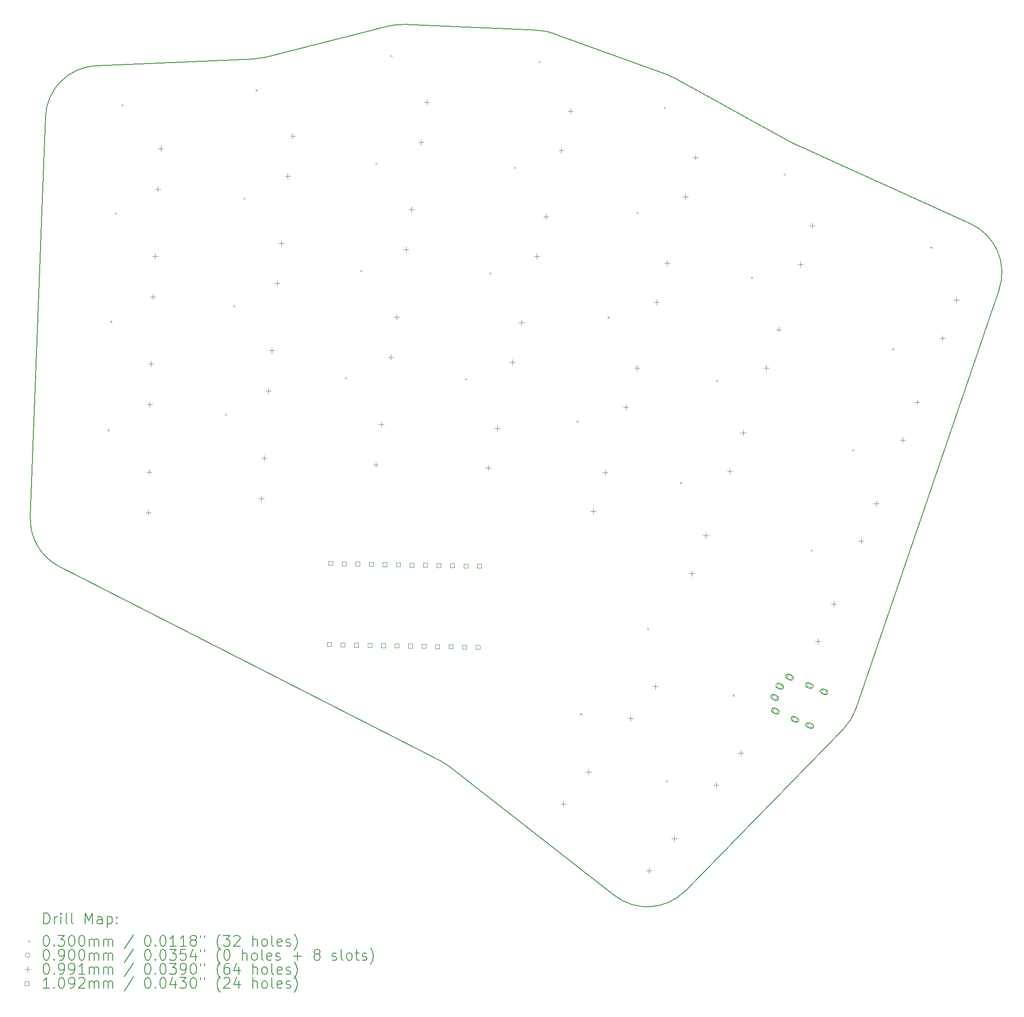
<source format=gbr>
%TF.GenerationSoftware,KiCad,Pcbnew,7.0.7+dfsg-1*%
%TF.CreationDate,2024-02-08T22:23:59-07:00*%
%TF.ProjectId,Keyboard,4b657962-6f61-4726-942e-6b696361645f,v1.0.0*%
%TF.SameCoordinates,Original*%
%TF.FileFunction,Drillmap*%
%TF.FilePolarity,Positive*%
%FSLAX45Y45*%
G04 Gerber Fmt 4.5, Leading zero omitted, Abs format (unit mm)*
G04 Created by KiCad (PCBNEW 7.0.7+dfsg-1) date 2024-02-08 22:23:59*
%MOMM*%
%LPD*%
G01*
G04 APERTURE LIST*
%ADD10C,0.150000*%
%ADD11C,0.200000*%
%ADD12C,0.030000*%
%ADD13C,0.090000*%
%ADD14C,0.099060*%
%ADD15C,0.109220*%
G04 APERTURE END LIST*
D10*
X19217586Y-17399897D02*
X12062717Y-13751712D01*
X11517677Y-12823084D02*
X11802064Y-5295479D01*
X12758406Y-4334154D02*
X15735322Y-4206191D01*
X15938965Y-4176233D02*
X18238139Y-3591218D01*
X18528459Y-3561295D02*
X21057134Y-3671983D01*
X21356008Y-3731547D02*
X23509840Y-4516997D01*
X23651061Y-4581312D02*
X25826623Y-5784050D01*
X25897643Y-5819705D02*
X29182295Y-7308392D01*
X29715841Y-8542347D02*
X27023094Y-16428456D01*
X26792037Y-16804142D02*
X23821570Y-19844632D01*
X22490613Y-19933821D02*
X19379000Y-17502762D01*
X11517677Y-12823084D02*
G75*
G03*
X12062717Y-13751712I999287J-37752D01*
G01*
X12758406Y-4334154D02*
G75*
G03*
X11802064Y-5295479I42946J-999077D01*
G01*
X15735322Y-4206191D02*
G75*
G03*
X15938965Y-4176233I-42946J999077D01*
G01*
X18528459Y-3561295D02*
G75*
G03*
X18238139Y-3591218I-43731J-999043D01*
G01*
X21356008Y-3731547D02*
G75*
G03*
X21057134Y-3671983I-342605J-939479D01*
G01*
X23651061Y-4581312D02*
G75*
G03*
X23509840Y-4516997I-483826J-875164D01*
G01*
X25826623Y-5784050D02*
G75*
G03*
X25897643Y-5819705I483826J875164D01*
G01*
X29715841Y-8542347D02*
G75*
G03*
X29182295Y-7308392I-946352J323136D01*
G01*
X26792037Y-16804142D02*
G75*
G03*
X27023094Y-16428456I-715295J698822D01*
G01*
X22490613Y-19933821D02*
G75*
G03*
X23821570Y-19844632I615662J788011D01*
G01*
X19379000Y-17502762D02*
G75*
G03*
X19217586Y-17399897I-615662J-788011D01*
G01*
D11*
D12*
X12968478Y-11172161D02*
X12998478Y-11202161D01*
X12998478Y-11172161D02*
X12968478Y-11202161D01*
X13018911Y-9132860D02*
X13048911Y-9162860D01*
X13048911Y-9132860D02*
X13018911Y-9162860D01*
X13104927Y-7094750D02*
X13134927Y-7124750D01*
X13134927Y-7094750D02*
X13104927Y-7124750D01*
X13226500Y-5058451D02*
X13256500Y-5088451D01*
X13256500Y-5058451D02*
X13226500Y-5088451D01*
X15172936Y-10874102D02*
X15202936Y-10904102D01*
X15202936Y-10874102D02*
X15172936Y-10904102D01*
X15330029Y-8840235D02*
X15360029Y-8870235D01*
X15360029Y-8840235D02*
X15330029Y-8870235D01*
X15522593Y-6809420D02*
X15552593Y-6839420D01*
X15552593Y-6809420D02*
X15522593Y-6839420D01*
X15750571Y-4782275D02*
X15780571Y-4812275D01*
X15780571Y-4782275D02*
X15750571Y-4812275D01*
X17430849Y-10194446D02*
X17460849Y-10224446D01*
X17460849Y-10194446D02*
X17430849Y-10224446D01*
X17714762Y-8174299D02*
X17744762Y-8204299D01*
X17744762Y-8174299D02*
X17714762Y-8204299D01*
X17998675Y-6154152D02*
X18028675Y-6184152D01*
X18028675Y-6154152D02*
X17998675Y-6184152D01*
X18282589Y-4134005D02*
X18312589Y-4164005D01*
X18312589Y-4134005D02*
X18282589Y-4164005D01*
X19684491Y-10211493D02*
X19714491Y-10241493D01*
X19714491Y-10211493D02*
X19684491Y-10241493D01*
X20143392Y-8223778D02*
X20173392Y-8253778D01*
X20173392Y-8223778D02*
X20143392Y-8253778D01*
X20602292Y-6236063D02*
X20632292Y-6266063D01*
X20632292Y-6236063D02*
X20602292Y-6266063D01*
X21061192Y-4248348D02*
X21091192Y-4278348D01*
X21091192Y-4248348D02*
X21061192Y-4278348D01*
X21778953Y-11005053D02*
X21808953Y-11035053D01*
X21808953Y-11005053D02*
X21778953Y-11035053D01*
X21846875Y-16508854D02*
X21876875Y-16538854D01*
X21876875Y-16508854D02*
X21846875Y-16538854D01*
X22361167Y-9049978D02*
X22391167Y-9079978D01*
X22391167Y-9049978D02*
X22361167Y-9079978D01*
X22909172Y-7085040D02*
X22939172Y-7115040D01*
X22939172Y-7085040D02*
X22909172Y-7115040D01*
X23102824Y-14901312D02*
X23132824Y-14931312D01*
X23132824Y-14901312D02*
X23102824Y-14931312D01*
X23422800Y-5110837D02*
X23452800Y-5140837D01*
X23452800Y-5110837D02*
X23422800Y-5140837D01*
X23454417Y-17764804D02*
X23484417Y-17794804D01*
X23484417Y-17764804D02*
X23454417Y-17794804D01*
X23720928Y-12162179D02*
X23750928Y-12192179D01*
X23750928Y-12162179D02*
X23720928Y-12192179D01*
X24404665Y-10240254D02*
X24434665Y-10270254D01*
X24434665Y-10240254D02*
X24404665Y-10270254D01*
X24710366Y-16157262D02*
X24740366Y-16187262D01*
X24740366Y-16157262D02*
X24710366Y-16187262D01*
X25054755Y-8306688D02*
X25084755Y-8336688D01*
X25084755Y-8306688D02*
X25054755Y-8336688D01*
X25671001Y-6362072D02*
X25701001Y-6392072D01*
X25701001Y-6362072D02*
X25671001Y-6392072D01*
X26175489Y-13426156D02*
X26205489Y-13456156D01*
X26205489Y-13426156D02*
X26175489Y-13456156D01*
X26958874Y-11542649D02*
X26988874Y-11572649D01*
X26988874Y-11542649D02*
X26958874Y-11572649D01*
X27709269Y-9645757D02*
X27739269Y-9675757D01*
X27739269Y-9645757D02*
X27709269Y-9675757D01*
X28426444Y-7736057D02*
X28456444Y-7766057D01*
X28456444Y-7736057D02*
X28426444Y-7766057D01*
D13*
X25546700Y-16211649D02*
G75*
G03*
X25546700Y-16211649I-45000J0D01*
G01*
D11*
X25546898Y-16181948D02*
X25491668Y-16158504D01*
X25491668Y-16158505D02*
G75*
G03*
X25456502Y-16241350I-17583J-41423D01*
G01*
X25456502Y-16241350D02*
X25511733Y-16264794D01*
X25511733Y-16264794D02*
G75*
G03*
X25546898Y-16181948I17583J41423D01*
G01*
D13*
X25558088Y-16466346D02*
G75*
G03*
X25558088Y-16466346I-45000J0D01*
G01*
D11*
X25558286Y-16436645D02*
X25503056Y-16413201D01*
X25503056Y-16413201D02*
G75*
G03*
X25467890Y-16496047I-17583J-41423D01*
G01*
X25467890Y-16496047D02*
X25523120Y-16519490D01*
X25523120Y-16519490D02*
G75*
G03*
X25558286Y-16436645I17583J41423D01*
G01*
D13*
X25636569Y-15999933D02*
G75*
G03*
X25636569Y-15999933I-45000J0D01*
G01*
D11*
X25636767Y-15970232D02*
X25581536Y-15946788D01*
X25581536Y-15946788D02*
G75*
G03*
X25546371Y-16029634I-17583J-41423D01*
G01*
X25546371Y-16029634D02*
X25601601Y-16053078D01*
X25601601Y-16053078D02*
G75*
G03*
X25636767Y-15970232I17583J41423D01*
G01*
D13*
X25827692Y-15831197D02*
G75*
G03*
X25827692Y-15831197I-45000J0D01*
G01*
D11*
X25827890Y-15801497D02*
X25772660Y-15778053D01*
X25772660Y-15778053D02*
G75*
G03*
X25737494Y-15860898I-17583J-41423D01*
G01*
X25737494Y-15860898D02*
X25792725Y-15884342D01*
X25792725Y-15884342D02*
G75*
G03*
X25827890Y-15801497I17583J41423D01*
G01*
D13*
X25926290Y-16622638D02*
G75*
G03*
X25926290Y-16622638I-45000J0D01*
G01*
D11*
X25926488Y-16592937D02*
X25871258Y-16569493D01*
X25871258Y-16569494D02*
G75*
G03*
X25836092Y-16652339I-17583J-41423D01*
G01*
X25836092Y-16652339D02*
X25891322Y-16675783D01*
X25891322Y-16675783D02*
G75*
G03*
X25926488Y-16592937I17583J41423D01*
G01*
D13*
X26195894Y-15987490D02*
G75*
G03*
X26195894Y-15987490I-45000J0D01*
G01*
D11*
X26196092Y-15957789D02*
X26140862Y-15934345D01*
X26140862Y-15934345D02*
G75*
G03*
X26105696Y-16017191I-17583J-41423D01*
G01*
X26105696Y-16017191D02*
X26160926Y-16040635D01*
X26160926Y-16040634D02*
G75*
G03*
X26196092Y-15957789I17583J41423D01*
G01*
D13*
X26202441Y-16739858D02*
G75*
G03*
X26202441Y-16739858I-45000J0D01*
G01*
D11*
X26202639Y-16710157D02*
X26147409Y-16686713D01*
X26147409Y-16686713D02*
G75*
G03*
X26112243Y-16769558I-17583J-41423D01*
G01*
X26112243Y-16769558D02*
X26167473Y-16793002D01*
X26167473Y-16793002D02*
G75*
G03*
X26202639Y-16710157I17583J41423D01*
G01*
D13*
X26472046Y-16104709D02*
G75*
G03*
X26472046Y-16104709I-45000J0D01*
G01*
D11*
X26472244Y-16075008D02*
X26417014Y-16051564D01*
X26417014Y-16051565D02*
G75*
G03*
X26381848Y-16134410I-17583J-41423D01*
G01*
X26381848Y-16134410D02*
X26437078Y-16157854D01*
X26437078Y-16157854D02*
G75*
G03*
X26472244Y-16075008I17583J41423D01*
G01*
D14*
X13736639Y-12682011D02*
X13736639Y-12781071D01*
X13687109Y-12731541D02*
X13786169Y-12731541D01*
X13749938Y-11920127D02*
X13749938Y-12019187D01*
X13700408Y-11969657D02*
X13799468Y-11969657D01*
X13760005Y-10655619D02*
X13760005Y-10754679D01*
X13710475Y-10705149D02*
X13809535Y-10705149D01*
X13786598Y-9894083D02*
X13786598Y-9993143D01*
X13737068Y-9943613D02*
X13836128Y-9943613D01*
X13818731Y-8629944D02*
X13818731Y-8729004D01*
X13769201Y-8679474D02*
X13868261Y-8679474D01*
X13858611Y-7868988D02*
X13858611Y-7968048D01*
X13809081Y-7918518D02*
X13908141Y-7918518D01*
X13912802Y-6605602D02*
X13912802Y-6704662D01*
X13863272Y-6655132D02*
X13962332Y-6655132D01*
X13965957Y-5845458D02*
X13965957Y-5944518D01*
X13916427Y-5894988D02*
X14015487Y-5894988D01*
X15859239Y-12421253D02*
X15859239Y-12520313D01*
X15809709Y-12470783D02*
X15908769Y-12470783D01*
X15912394Y-11661109D02*
X15912394Y-11760169D01*
X15862864Y-11710639D02*
X15961924Y-11710639D01*
X15988625Y-10398861D02*
X15988625Y-10497921D01*
X15939095Y-10448391D02*
X16038155Y-10448391D01*
X16055038Y-9639761D02*
X16055038Y-9738821D01*
X16005508Y-9689291D02*
X16104568Y-9689291D01*
X16153288Y-8379035D02*
X16153288Y-8478095D01*
X16103758Y-8428565D02*
X16202818Y-8428565D01*
X16232938Y-7621210D02*
X16232938Y-7720270D01*
X16183408Y-7670740D02*
X16282468Y-7670740D01*
X16353175Y-6362391D02*
X16353175Y-6461451D01*
X16303645Y-6411921D02*
X16402705Y-6411921D01*
X16446040Y-5606071D02*
X16446040Y-5705131D01*
X16396510Y-5655601D02*
X16495570Y-5655601D01*
X18005184Y-11784571D02*
X18005184Y-11883631D01*
X17955654Y-11834101D02*
X18054714Y-11834101D01*
X18111234Y-11029987D02*
X18111234Y-11129047D01*
X18061704Y-11079517D02*
X18160764Y-11079517D01*
X18289097Y-9764424D02*
X18289097Y-9863484D01*
X18239567Y-9813954D02*
X18338627Y-9813954D01*
X18395147Y-9009840D02*
X18395147Y-9108900D01*
X18345617Y-9059370D02*
X18444677Y-9059370D01*
X18573010Y-7744277D02*
X18573010Y-7843337D01*
X18523480Y-7793807D02*
X18622540Y-7793807D01*
X18679060Y-6989693D02*
X18679060Y-7088753D01*
X18629530Y-7039223D02*
X18728590Y-7039223D01*
X18856924Y-5724131D02*
X18856924Y-5823191D01*
X18807394Y-5773661D02*
X18906454Y-5773661D01*
X18962974Y-4969546D02*
X18962974Y-5068606D01*
X18913444Y-5019076D02*
X19012504Y-5019076D01*
X20115100Y-11844185D02*
X20115100Y-11943245D01*
X20065570Y-11893715D02*
X20164630Y-11893715D01*
X20286513Y-11101715D02*
X20286513Y-11200775D01*
X20236983Y-11151245D02*
X20336043Y-11151245D01*
X20574000Y-9856470D02*
X20574000Y-9955530D01*
X20524470Y-9906000D02*
X20623530Y-9906000D01*
X20745413Y-9114000D02*
X20745413Y-9213060D01*
X20695883Y-9163530D02*
X20794943Y-9163530D01*
X21032900Y-7868755D02*
X21032900Y-7967815D01*
X20983370Y-7918285D02*
X21082430Y-7918285D01*
X21204313Y-7126285D02*
X21204313Y-7225345D01*
X21154783Y-7175815D02*
X21253843Y-7175815D01*
X21491800Y-5881040D02*
X21491800Y-5980100D01*
X21442270Y-5930570D02*
X21541330Y-5930570D01*
X21533946Y-18160985D02*
X21533946Y-18260045D01*
X21484416Y-18210515D02*
X21583476Y-18210515D01*
X21663213Y-5138570D02*
X21663213Y-5237630D01*
X21613683Y-5188100D02*
X21712743Y-5188100D01*
X22003080Y-17560521D02*
X22003080Y-17659581D01*
X21953550Y-17610051D02*
X22052610Y-17610051D01*
X22092250Y-12662676D02*
X22092250Y-12761736D01*
X22042720Y-12712206D02*
X22141780Y-12712206D01*
X22315037Y-11933972D02*
X22315037Y-12033032D01*
X22265507Y-11983502D02*
X22364567Y-11983502D01*
X22703950Y-10702137D02*
X22703950Y-10801197D01*
X22654420Y-10751667D02*
X22753480Y-10751667D01*
X22789895Y-16553443D02*
X22789895Y-16652503D01*
X22740365Y-16602973D02*
X22839425Y-16602973D01*
X22913986Y-9969656D02*
X22913986Y-10068716D01*
X22864456Y-10019186D02*
X22963516Y-10019186D01*
X23141487Y-19416934D02*
X23141487Y-19515994D01*
X23091957Y-19466464D02*
X23191017Y-19466464D01*
X23259029Y-15952979D02*
X23259029Y-16052039D01*
X23209499Y-16002509D02*
X23308559Y-16002509D01*
X23281342Y-8731221D02*
X23281342Y-8830281D01*
X23231812Y-8780751D02*
X23330872Y-8780751D01*
X23478562Y-7995186D02*
X23478562Y-8094246D01*
X23429032Y-8044716D02*
X23528092Y-8044716D01*
X23610621Y-18816470D02*
X23610621Y-18915530D01*
X23561091Y-18866000D02*
X23660151Y-18866000D01*
X23824248Y-6750529D02*
X23824248Y-6849589D01*
X23774718Y-6800059D02*
X23873778Y-6800059D01*
X23945255Y-13833094D02*
X23945255Y-13932154D01*
X23895725Y-13882624D02*
X23994785Y-13882624D01*
X24008593Y-6011163D02*
X24008593Y-6110223D01*
X23959063Y-6060693D02*
X24058123Y-6060693D01*
X24205874Y-13117048D02*
X24205874Y-13216108D01*
X24156344Y-13166578D02*
X24255404Y-13166578D01*
X24397437Y-17809392D02*
X24397437Y-17908452D01*
X24347907Y-17858922D02*
X24446967Y-17858922D01*
X24658724Y-11907256D02*
X24658724Y-12006316D01*
X24609194Y-11956786D02*
X24708254Y-11956786D01*
X24866571Y-17208928D02*
X24866571Y-17307988D01*
X24817041Y-17258458D02*
X24916101Y-17258458D01*
X24906807Y-11186771D02*
X24906807Y-11285831D01*
X24857277Y-11236301D02*
X24956337Y-11236301D01*
X25338474Y-9969259D02*
X25338474Y-10068319D01*
X25288944Y-10018789D02*
X25388004Y-10018789D01*
X25573945Y-9244554D02*
X25573945Y-9343614D01*
X25524415Y-9294084D02*
X25623475Y-9294084D01*
X25984298Y-8019695D02*
X25984298Y-8118755D01*
X25934768Y-8069225D02*
X26033828Y-8069225D01*
X26207085Y-7290990D02*
X26207085Y-7390050D01*
X26157555Y-7340520D02*
X26256615Y-7340520D01*
X26310273Y-15105689D02*
X26310273Y-15204749D01*
X26260743Y-15155219D02*
X26359803Y-15155219D01*
X26608010Y-14404264D02*
X26608010Y-14503324D01*
X26558480Y-14453794D02*
X26657540Y-14453794D01*
X27123555Y-13219830D02*
X27123555Y-13318890D01*
X27074025Y-13269360D02*
X27173085Y-13269360D01*
X27409005Y-12513316D02*
X27409005Y-12612376D01*
X27359475Y-12562846D02*
X27458535Y-12562846D01*
X27903800Y-11320065D02*
X27903800Y-11419125D01*
X27854270Y-11369595D02*
X27953330Y-11369595D01*
X28176877Y-10608677D02*
X28176877Y-10707737D01*
X28127347Y-10658207D02*
X28226407Y-10658207D01*
X28650771Y-9406972D02*
X28650771Y-9506032D01*
X28601241Y-9456502D02*
X28700301Y-9456502D01*
X28911391Y-8690927D02*
X28911391Y-8789987D01*
X28861861Y-8740457D02*
X28960921Y-8740457D01*
D15*
X17170530Y-15254118D02*
X17170530Y-15176887D01*
X17093299Y-15176887D01*
X17093299Y-15254118D01*
X17170530Y-15254118D01*
X17197127Y-13730350D02*
X17197127Y-13653119D01*
X17119896Y-13653119D01*
X17119896Y-13730350D01*
X17197127Y-13730350D01*
X17424491Y-15258551D02*
X17424491Y-15181320D01*
X17347260Y-15181320D01*
X17347260Y-15258551D01*
X17424491Y-15258551D01*
X17451088Y-13734783D02*
X17451088Y-13657552D01*
X17373857Y-13657552D01*
X17373857Y-13734783D01*
X17451088Y-13734783D01*
X17678452Y-15262984D02*
X17678452Y-15185753D01*
X17601221Y-15185753D01*
X17601221Y-15262984D01*
X17678452Y-15262984D01*
X17705050Y-13739216D02*
X17705050Y-13661985D01*
X17627819Y-13661985D01*
X17627819Y-13739216D01*
X17705050Y-13739216D01*
X17932414Y-15267417D02*
X17932414Y-15190186D01*
X17855183Y-15190186D01*
X17855183Y-15267417D01*
X17932414Y-15267417D01*
X17959011Y-13743649D02*
X17959011Y-13666418D01*
X17881780Y-13666418D01*
X17881780Y-13743649D01*
X17959011Y-13743649D01*
X18186375Y-15271850D02*
X18186375Y-15194619D01*
X18109144Y-15194619D01*
X18109144Y-15271850D01*
X18186375Y-15271850D01*
X18212972Y-13748082D02*
X18212972Y-13670851D01*
X18135741Y-13670851D01*
X18135741Y-13748082D01*
X18212972Y-13748082D01*
X18440336Y-15276283D02*
X18440336Y-15199052D01*
X18363105Y-15199052D01*
X18363105Y-15276283D01*
X18440336Y-15276283D01*
X18466934Y-13752515D02*
X18466934Y-13675284D01*
X18389703Y-13675284D01*
X18389703Y-13752515D01*
X18466934Y-13752515D01*
X18694297Y-15280716D02*
X18694297Y-15203485D01*
X18617066Y-15203485D01*
X18617066Y-15280716D01*
X18694297Y-15280716D01*
X18720895Y-13756948D02*
X18720895Y-13679717D01*
X18643664Y-13679717D01*
X18643664Y-13756948D01*
X18720895Y-13756948D01*
X18948259Y-15285149D02*
X18948259Y-15207918D01*
X18871028Y-15207918D01*
X18871028Y-15285149D01*
X18948259Y-15285149D01*
X18974856Y-13761381D02*
X18974856Y-13684150D01*
X18897625Y-13684150D01*
X18897625Y-13761381D01*
X18974856Y-13761381D01*
X19202220Y-15289582D02*
X19202220Y-15212351D01*
X19124989Y-15212351D01*
X19124989Y-15289582D01*
X19202220Y-15289582D01*
X19228818Y-13765814D02*
X19228818Y-13688583D01*
X19151587Y-13688583D01*
X19151587Y-13765814D01*
X19228818Y-13765814D01*
X19456181Y-15294015D02*
X19456181Y-15216784D01*
X19378950Y-15216784D01*
X19378950Y-15294015D01*
X19456181Y-15294015D01*
X19482779Y-13770247D02*
X19482779Y-13693016D01*
X19405548Y-13693016D01*
X19405548Y-13770247D01*
X19482779Y-13770247D01*
X19710143Y-15298447D02*
X19710143Y-15221216D01*
X19632912Y-15221216D01*
X19632912Y-15298447D01*
X19710143Y-15298447D01*
X19736740Y-13774680D02*
X19736740Y-13697449D01*
X19659509Y-13697449D01*
X19659509Y-13774680D01*
X19736740Y-13774680D01*
X19964104Y-15302880D02*
X19964104Y-15225649D01*
X19886873Y-15225649D01*
X19886873Y-15302880D01*
X19964104Y-15302880D01*
X19990702Y-13779113D02*
X19990702Y-13701882D01*
X19913471Y-13701882D01*
X19913471Y-13779113D01*
X19990702Y-13779113D01*
D11*
X11770241Y-20464794D02*
X11770241Y-20264794D01*
X11770241Y-20264794D02*
X11817860Y-20264794D01*
X11817860Y-20264794D02*
X11846432Y-20274318D01*
X11846432Y-20274318D02*
X11865479Y-20293365D01*
X11865479Y-20293365D02*
X11875003Y-20312413D01*
X11875003Y-20312413D02*
X11884527Y-20350508D01*
X11884527Y-20350508D02*
X11884527Y-20379079D01*
X11884527Y-20379079D02*
X11875003Y-20417175D01*
X11875003Y-20417175D02*
X11865479Y-20436222D01*
X11865479Y-20436222D02*
X11846432Y-20455270D01*
X11846432Y-20455270D02*
X11817860Y-20464794D01*
X11817860Y-20464794D02*
X11770241Y-20464794D01*
X11970241Y-20464794D02*
X11970241Y-20331460D01*
X11970241Y-20369556D02*
X11979765Y-20350508D01*
X11979765Y-20350508D02*
X11989289Y-20340984D01*
X11989289Y-20340984D02*
X12008336Y-20331460D01*
X12008336Y-20331460D02*
X12027384Y-20331460D01*
X12094051Y-20464794D02*
X12094051Y-20331460D01*
X12094051Y-20264794D02*
X12084527Y-20274318D01*
X12084527Y-20274318D02*
X12094051Y-20283841D01*
X12094051Y-20283841D02*
X12103574Y-20274318D01*
X12103574Y-20274318D02*
X12094051Y-20264794D01*
X12094051Y-20264794D02*
X12094051Y-20283841D01*
X12217860Y-20464794D02*
X12198813Y-20455270D01*
X12198813Y-20455270D02*
X12189289Y-20436222D01*
X12189289Y-20436222D02*
X12189289Y-20264794D01*
X12322622Y-20464794D02*
X12303574Y-20455270D01*
X12303574Y-20455270D02*
X12294051Y-20436222D01*
X12294051Y-20436222D02*
X12294051Y-20264794D01*
X12551194Y-20464794D02*
X12551194Y-20264794D01*
X12551194Y-20264794D02*
X12617860Y-20407651D01*
X12617860Y-20407651D02*
X12684527Y-20264794D01*
X12684527Y-20264794D02*
X12684527Y-20464794D01*
X12865479Y-20464794D02*
X12865479Y-20360032D01*
X12865479Y-20360032D02*
X12855955Y-20340984D01*
X12855955Y-20340984D02*
X12836908Y-20331460D01*
X12836908Y-20331460D02*
X12798813Y-20331460D01*
X12798813Y-20331460D02*
X12779765Y-20340984D01*
X12865479Y-20455270D02*
X12846432Y-20464794D01*
X12846432Y-20464794D02*
X12798813Y-20464794D01*
X12798813Y-20464794D02*
X12779765Y-20455270D01*
X12779765Y-20455270D02*
X12770241Y-20436222D01*
X12770241Y-20436222D02*
X12770241Y-20417175D01*
X12770241Y-20417175D02*
X12779765Y-20398127D01*
X12779765Y-20398127D02*
X12798813Y-20388603D01*
X12798813Y-20388603D02*
X12846432Y-20388603D01*
X12846432Y-20388603D02*
X12865479Y-20379079D01*
X12960717Y-20331460D02*
X12960717Y-20531460D01*
X12960717Y-20340984D02*
X12979765Y-20331460D01*
X12979765Y-20331460D02*
X13017860Y-20331460D01*
X13017860Y-20331460D02*
X13036908Y-20340984D01*
X13036908Y-20340984D02*
X13046432Y-20350508D01*
X13046432Y-20350508D02*
X13055955Y-20369556D01*
X13055955Y-20369556D02*
X13055955Y-20426698D01*
X13055955Y-20426698D02*
X13046432Y-20445746D01*
X13046432Y-20445746D02*
X13036908Y-20455270D01*
X13036908Y-20455270D02*
X13017860Y-20464794D01*
X13017860Y-20464794D02*
X12979765Y-20464794D01*
X12979765Y-20464794D02*
X12960717Y-20455270D01*
X13141670Y-20445746D02*
X13151194Y-20455270D01*
X13151194Y-20455270D02*
X13141670Y-20464794D01*
X13141670Y-20464794D02*
X13132146Y-20455270D01*
X13132146Y-20455270D02*
X13141670Y-20445746D01*
X13141670Y-20445746D02*
X13141670Y-20464794D01*
X13141670Y-20340984D02*
X13151194Y-20350508D01*
X13151194Y-20350508D02*
X13141670Y-20360032D01*
X13141670Y-20360032D02*
X13132146Y-20350508D01*
X13132146Y-20350508D02*
X13141670Y-20340984D01*
X13141670Y-20340984D02*
X13141670Y-20360032D01*
D12*
X11479464Y-20778310D02*
X11509464Y-20808310D01*
X11509464Y-20778310D02*
X11479464Y-20808310D01*
D11*
X11808336Y-20684794D02*
X11827384Y-20684794D01*
X11827384Y-20684794D02*
X11846432Y-20694318D01*
X11846432Y-20694318D02*
X11855955Y-20703841D01*
X11855955Y-20703841D02*
X11865479Y-20722889D01*
X11865479Y-20722889D02*
X11875003Y-20760984D01*
X11875003Y-20760984D02*
X11875003Y-20808603D01*
X11875003Y-20808603D02*
X11865479Y-20846698D01*
X11865479Y-20846698D02*
X11855955Y-20865746D01*
X11855955Y-20865746D02*
X11846432Y-20875270D01*
X11846432Y-20875270D02*
X11827384Y-20884794D01*
X11827384Y-20884794D02*
X11808336Y-20884794D01*
X11808336Y-20884794D02*
X11789289Y-20875270D01*
X11789289Y-20875270D02*
X11779765Y-20865746D01*
X11779765Y-20865746D02*
X11770241Y-20846698D01*
X11770241Y-20846698D02*
X11760717Y-20808603D01*
X11760717Y-20808603D02*
X11760717Y-20760984D01*
X11760717Y-20760984D02*
X11770241Y-20722889D01*
X11770241Y-20722889D02*
X11779765Y-20703841D01*
X11779765Y-20703841D02*
X11789289Y-20694318D01*
X11789289Y-20694318D02*
X11808336Y-20684794D01*
X11960717Y-20865746D02*
X11970241Y-20875270D01*
X11970241Y-20875270D02*
X11960717Y-20884794D01*
X11960717Y-20884794D02*
X11951194Y-20875270D01*
X11951194Y-20875270D02*
X11960717Y-20865746D01*
X11960717Y-20865746D02*
X11960717Y-20884794D01*
X12036908Y-20684794D02*
X12160717Y-20684794D01*
X12160717Y-20684794D02*
X12094051Y-20760984D01*
X12094051Y-20760984D02*
X12122622Y-20760984D01*
X12122622Y-20760984D02*
X12141670Y-20770508D01*
X12141670Y-20770508D02*
X12151194Y-20780032D01*
X12151194Y-20780032D02*
X12160717Y-20799079D01*
X12160717Y-20799079D02*
X12160717Y-20846698D01*
X12160717Y-20846698D02*
X12151194Y-20865746D01*
X12151194Y-20865746D02*
X12141670Y-20875270D01*
X12141670Y-20875270D02*
X12122622Y-20884794D01*
X12122622Y-20884794D02*
X12065479Y-20884794D01*
X12065479Y-20884794D02*
X12046432Y-20875270D01*
X12046432Y-20875270D02*
X12036908Y-20865746D01*
X12284527Y-20684794D02*
X12303575Y-20684794D01*
X12303575Y-20684794D02*
X12322622Y-20694318D01*
X12322622Y-20694318D02*
X12332146Y-20703841D01*
X12332146Y-20703841D02*
X12341670Y-20722889D01*
X12341670Y-20722889D02*
X12351194Y-20760984D01*
X12351194Y-20760984D02*
X12351194Y-20808603D01*
X12351194Y-20808603D02*
X12341670Y-20846698D01*
X12341670Y-20846698D02*
X12332146Y-20865746D01*
X12332146Y-20865746D02*
X12322622Y-20875270D01*
X12322622Y-20875270D02*
X12303575Y-20884794D01*
X12303575Y-20884794D02*
X12284527Y-20884794D01*
X12284527Y-20884794D02*
X12265479Y-20875270D01*
X12265479Y-20875270D02*
X12255955Y-20865746D01*
X12255955Y-20865746D02*
X12246432Y-20846698D01*
X12246432Y-20846698D02*
X12236908Y-20808603D01*
X12236908Y-20808603D02*
X12236908Y-20760984D01*
X12236908Y-20760984D02*
X12246432Y-20722889D01*
X12246432Y-20722889D02*
X12255955Y-20703841D01*
X12255955Y-20703841D02*
X12265479Y-20694318D01*
X12265479Y-20694318D02*
X12284527Y-20684794D01*
X12475003Y-20684794D02*
X12494051Y-20684794D01*
X12494051Y-20684794D02*
X12513098Y-20694318D01*
X12513098Y-20694318D02*
X12522622Y-20703841D01*
X12522622Y-20703841D02*
X12532146Y-20722889D01*
X12532146Y-20722889D02*
X12541670Y-20760984D01*
X12541670Y-20760984D02*
X12541670Y-20808603D01*
X12541670Y-20808603D02*
X12532146Y-20846698D01*
X12532146Y-20846698D02*
X12522622Y-20865746D01*
X12522622Y-20865746D02*
X12513098Y-20875270D01*
X12513098Y-20875270D02*
X12494051Y-20884794D01*
X12494051Y-20884794D02*
X12475003Y-20884794D01*
X12475003Y-20884794D02*
X12455955Y-20875270D01*
X12455955Y-20875270D02*
X12446432Y-20865746D01*
X12446432Y-20865746D02*
X12436908Y-20846698D01*
X12436908Y-20846698D02*
X12427384Y-20808603D01*
X12427384Y-20808603D02*
X12427384Y-20760984D01*
X12427384Y-20760984D02*
X12436908Y-20722889D01*
X12436908Y-20722889D02*
X12446432Y-20703841D01*
X12446432Y-20703841D02*
X12455955Y-20694318D01*
X12455955Y-20694318D02*
X12475003Y-20684794D01*
X12627384Y-20884794D02*
X12627384Y-20751460D01*
X12627384Y-20770508D02*
X12636908Y-20760984D01*
X12636908Y-20760984D02*
X12655955Y-20751460D01*
X12655955Y-20751460D02*
X12684527Y-20751460D01*
X12684527Y-20751460D02*
X12703575Y-20760984D01*
X12703575Y-20760984D02*
X12713098Y-20780032D01*
X12713098Y-20780032D02*
X12713098Y-20884794D01*
X12713098Y-20780032D02*
X12722622Y-20760984D01*
X12722622Y-20760984D02*
X12741670Y-20751460D01*
X12741670Y-20751460D02*
X12770241Y-20751460D01*
X12770241Y-20751460D02*
X12789289Y-20760984D01*
X12789289Y-20760984D02*
X12798813Y-20780032D01*
X12798813Y-20780032D02*
X12798813Y-20884794D01*
X12894051Y-20884794D02*
X12894051Y-20751460D01*
X12894051Y-20770508D02*
X12903575Y-20760984D01*
X12903575Y-20760984D02*
X12922622Y-20751460D01*
X12922622Y-20751460D02*
X12951194Y-20751460D01*
X12951194Y-20751460D02*
X12970241Y-20760984D01*
X12970241Y-20760984D02*
X12979765Y-20780032D01*
X12979765Y-20780032D02*
X12979765Y-20884794D01*
X12979765Y-20780032D02*
X12989289Y-20760984D01*
X12989289Y-20760984D02*
X13008336Y-20751460D01*
X13008336Y-20751460D02*
X13036908Y-20751460D01*
X13036908Y-20751460D02*
X13055956Y-20760984D01*
X13055956Y-20760984D02*
X13065479Y-20780032D01*
X13065479Y-20780032D02*
X13065479Y-20884794D01*
X13455956Y-20675270D02*
X13284527Y-20932413D01*
X13713098Y-20684794D02*
X13732146Y-20684794D01*
X13732146Y-20684794D02*
X13751194Y-20694318D01*
X13751194Y-20694318D02*
X13760718Y-20703841D01*
X13760718Y-20703841D02*
X13770241Y-20722889D01*
X13770241Y-20722889D02*
X13779765Y-20760984D01*
X13779765Y-20760984D02*
X13779765Y-20808603D01*
X13779765Y-20808603D02*
X13770241Y-20846698D01*
X13770241Y-20846698D02*
X13760718Y-20865746D01*
X13760718Y-20865746D02*
X13751194Y-20875270D01*
X13751194Y-20875270D02*
X13732146Y-20884794D01*
X13732146Y-20884794D02*
X13713098Y-20884794D01*
X13713098Y-20884794D02*
X13694051Y-20875270D01*
X13694051Y-20875270D02*
X13684527Y-20865746D01*
X13684527Y-20865746D02*
X13675003Y-20846698D01*
X13675003Y-20846698D02*
X13665479Y-20808603D01*
X13665479Y-20808603D02*
X13665479Y-20760984D01*
X13665479Y-20760984D02*
X13675003Y-20722889D01*
X13675003Y-20722889D02*
X13684527Y-20703841D01*
X13684527Y-20703841D02*
X13694051Y-20694318D01*
X13694051Y-20694318D02*
X13713098Y-20684794D01*
X13865479Y-20865746D02*
X13875003Y-20875270D01*
X13875003Y-20875270D02*
X13865479Y-20884794D01*
X13865479Y-20884794D02*
X13855956Y-20875270D01*
X13855956Y-20875270D02*
X13865479Y-20865746D01*
X13865479Y-20865746D02*
X13865479Y-20884794D01*
X13998813Y-20684794D02*
X14017860Y-20684794D01*
X14017860Y-20684794D02*
X14036908Y-20694318D01*
X14036908Y-20694318D02*
X14046432Y-20703841D01*
X14046432Y-20703841D02*
X14055956Y-20722889D01*
X14055956Y-20722889D02*
X14065479Y-20760984D01*
X14065479Y-20760984D02*
X14065479Y-20808603D01*
X14065479Y-20808603D02*
X14055956Y-20846698D01*
X14055956Y-20846698D02*
X14046432Y-20865746D01*
X14046432Y-20865746D02*
X14036908Y-20875270D01*
X14036908Y-20875270D02*
X14017860Y-20884794D01*
X14017860Y-20884794D02*
X13998813Y-20884794D01*
X13998813Y-20884794D02*
X13979765Y-20875270D01*
X13979765Y-20875270D02*
X13970241Y-20865746D01*
X13970241Y-20865746D02*
X13960718Y-20846698D01*
X13960718Y-20846698D02*
X13951194Y-20808603D01*
X13951194Y-20808603D02*
X13951194Y-20760984D01*
X13951194Y-20760984D02*
X13960718Y-20722889D01*
X13960718Y-20722889D02*
X13970241Y-20703841D01*
X13970241Y-20703841D02*
X13979765Y-20694318D01*
X13979765Y-20694318D02*
X13998813Y-20684794D01*
X14255956Y-20884794D02*
X14141670Y-20884794D01*
X14198813Y-20884794D02*
X14198813Y-20684794D01*
X14198813Y-20684794D02*
X14179765Y-20713365D01*
X14179765Y-20713365D02*
X14160718Y-20732413D01*
X14160718Y-20732413D02*
X14141670Y-20741937D01*
X14446432Y-20884794D02*
X14332146Y-20884794D01*
X14389289Y-20884794D02*
X14389289Y-20684794D01*
X14389289Y-20684794D02*
X14370241Y-20713365D01*
X14370241Y-20713365D02*
X14351194Y-20732413D01*
X14351194Y-20732413D02*
X14332146Y-20741937D01*
X14560718Y-20770508D02*
X14541670Y-20760984D01*
X14541670Y-20760984D02*
X14532146Y-20751460D01*
X14532146Y-20751460D02*
X14522622Y-20732413D01*
X14522622Y-20732413D02*
X14522622Y-20722889D01*
X14522622Y-20722889D02*
X14532146Y-20703841D01*
X14532146Y-20703841D02*
X14541670Y-20694318D01*
X14541670Y-20694318D02*
X14560718Y-20684794D01*
X14560718Y-20684794D02*
X14598813Y-20684794D01*
X14598813Y-20684794D02*
X14617860Y-20694318D01*
X14617860Y-20694318D02*
X14627384Y-20703841D01*
X14627384Y-20703841D02*
X14636908Y-20722889D01*
X14636908Y-20722889D02*
X14636908Y-20732413D01*
X14636908Y-20732413D02*
X14627384Y-20751460D01*
X14627384Y-20751460D02*
X14617860Y-20760984D01*
X14617860Y-20760984D02*
X14598813Y-20770508D01*
X14598813Y-20770508D02*
X14560718Y-20770508D01*
X14560718Y-20770508D02*
X14541670Y-20780032D01*
X14541670Y-20780032D02*
X14532146Y-20789556D01*
X14532146Y-20789556D02*
X14522622Y-20808603D01*
X14522622Y-20808603D02*
X14522622Y-20846698D01*
X14522622Y-20846698D02*
X14532146Y-20865746D01*
X14532146Y-20865746D02*
X14541670Y-20875270D01*
X14541670Y-20875270D02*
X14560718Y-20884794D01*
X14560718Y-20884794D02*
X14598813Y-20884794D01*
X14598813Y-20884794D02*
X14617860Y-20875270D01*
X14617860Y-20875270D02*
X14627384Y-20865746D01*
X14627384Y-20865746D02*
X14636908Y-20846698D01*
X14636908Y-20846698D02*
X14636908Y-20808603D01*
X14636908Y-20808603D02*
X14627384Y-20789556D01*
X14627384Y-20789556D02*
X14617860Y-20780032D01*
X14617860Y-20780032D02*
X14598813Y-20770508D01*
X14713099Y-20684794D02*
X14713099Y-20722889D01*
X14789289Y-20684794D02*
X14789289Y-20722889D01*
X15084527Y-20960984D02*
X15075003Y-20951460D01*
X15075003Y-20951460D02*
X15055956Y-20922889D01*
X15055956Y-20922889D02*
X15046432Y-20903841D01*
X15046432Y-20903841D02*
X15036908Y-20875270D01*
X15036908Y-20875270D02*
X15027384Y-20827651D01*
X15027384Y-20827651D02*
X15027384Y-20789556D01*
X15027384Y-20789556D02*
X15036908Y-20741937D01*
X15036908Y-20741937D02*
X15046432Y-20713365D01*
X15046432Y-20713365D02*
X15055956Y-20694318D01*
X15055956Y-20694318D02*
X15075003Y-20665746D01*
X15075003Y-20665746D02*
X15084527Y-20656222D01*
X15141670Y-20684794D02*
X15265480Y-20684794D01*
X15265480Y-20684794D02*
X15198813Y-20760984D01*
X15198813Y-20760984D02*
X15227384Y-20760984D01*
X15227384Y-20760984D02*
X15246432Y-20770508D01*
X15246432Y-20770508D02*
X15255956Y-20780032D01*
X15255956Y-20780032D02*
X15265480Y-20799079D01*
X15265480Y-20799079D02*
X15265480Y-20846698D01*
X15265480Y-20846698D02*
X15255956Y-20865746D01*
X15255956Y-20865746D02*
X15246432Y-20875270D01*
X15246432Y-20875270D02*
X15227384Y-20884794D01*
X15227384Y-20884794D02*
X15170241Y-20884794D01*
X15170241Y-20884794D02*
X15151194Y-20875270D01*
X15151194Y-20875270D02*
X15141670Y-20865746D01*
X15341670Y-20703841D02*
X15351194Y-20694318D01*
X15351194Y-20694318D02*
X15370241Y-20684794D01*
X15370241Y-20684794D02*
X15417861Y-20684794D01*
X15417861Y-20684794D02*
X15436908Y-20694318D01*
X15436908Y-20694318D02*
X15446432Y-20703841D01*
X15446432Y-20703841D02*
X15455956Y-20722889D01*
X15455956Y-20722889D02*
X15455956Y-20741937D01*
X15455956Y-20741937D02*
X15446432Y-20770508D01*
X15446432Y-20770508D02*
X15332146Y-20884794D01*
X15332146Y-20884794D02*
X15455956Y-20884794D01*
X15694051Y-20884794D02*
X15694051Y-20684794D01*
X15779765Y-20884794D02*
X15779765Y-20780032D01*
X15779765Y-20780032D02*
X15770242Y-20760984D01*
X15770242Y-20760984D02*
X15751194Y-20751460D01*
X15751194Y-20751460D02*
X15722622Y-20751460D01*
X15722622Y-20751460D02*
X15703575Y-20760984D01*
X15703575Y-20760984D02*
X15694051Y-20770508D01*
X15903575Y-20884794D02*
X15884527Y-20875270D01*
X15884527Y-20875270D02*
X15875003Y-20865746D01*
X15875003Y-20865746D02*
X15865480Y-20846698D01*
X15865480Y-20846698D02*
X15865480Y-20789556D01*
X15865480Y-20789556D02*
X15875003Y-20770508D01*
X15875003Y-20770508D02*
X15884527Y-20760984D01*
X15884527Y-20760984D02*
X15903575Y-20751460D01*
X15903575Y-20751460D02*
X15932146Y-20751460D01*
X15932146Y-20751460D02*
X15951194Y-20760984D01*
X15951194Y-20760984D02*
X15960718Y-20770508D01*
X15960718Y-20770508D02*
X15970242Y-20789556D01*
X15970242Y-20789556D02*
X15970242Y-20846698D01*
X15970242Y-20846698D02*
X15960718Y-20865746D01*
X15960718Y-20865746D02*
X15951194Y-20875270D01*
X15951194Y-20875270D02*
X15932146Y-20884794D01*
X15932146Y-20884794D02*
X15903575Y-20884794D01*
X16084527Y-20884794D02*
X16065480Y-20875270D01*
X16065480Y-20875270D02*
X16055956Y-20856222D01*
X16055956Y-20856222D02*
X16055956Y-20684794D01*
X16236908Y-20875270D02*
X16217861Y-20884794D01*
X16217861Y-20884794D02*
X16179765Y-20884794D01*
X16179765Y-20884794D02*
X16160718Y-20875270D01*
X16160718Y-20875270D02*
X16151194Y-20856222D01*
X16151194Y-20856222D02*
X16151194Y-20780032D01*
X16151194Y-20780032D02*
X16160718Y-20760984D01*
X16160718Y-20760984D02*
X16179765Y-20751460D01*
X16179765Y-20751460D02*
X16217861Y-20751460D01*
X16217861Y-20751460D02*
X16236908Y-20760984D01*
X16236908Y-20760984D02*
X16246432Y-20780032D01*
X16246432Y-20780032D02*
X16246432Y-20799079D01*
X16246432Y-20799079D02*
X16151194Y-20818127D01*
X16322623Y-20875270D02*
X16341670Y-20884794D01*
X16341670Y-20884794D02*
X16379765Y-20884794D01*
X16379765Y-20884794D02*
X16398813Y-20875270D01*
X16398813Y-20875270D02*
X16408337Y-20856222D01*
X16408337Y-20856222D02*
X16408337Y-20846698D01*
X16408337Y-20846698D02*
X16398813Y-20827651D01*
X16398813Y-20827651D02*
X16379765Y-20818127D01*
X16379765Y-20818127D02*
X16351194Y-20818127D01*
X16351194Y-20818127D02*
X16332146Y-20808603D01*
X16332146Y-20808603D02*
X16322623Y-20789556D01*
X16322623Y-20789556D02*
X16322623Y-20780032D01*
X16322623Y-20780032D02*
X16332146Y-20760984D01*
X16332146Y-20760984D02*
X16351194Y-20751460D01*
X16351194Y-20751460D02*
X16379765Y-20751460D01*
X16379765Y-20751460D02*
X16398813Y-20760984D01*
X16475004Y-20960984D02*
X16484527Y-20951460D01*
X16484527Y-20951460D02*
X16503575Y-20922889D01*
X16503575Y-20922889D02*
X16513099Y-20903841D01*
X16513099Y-20903841D02*
X16522623Y-20875270D01*
X16522623Y-20875270D02*
X16532146Y-20827651D01*
X16532146Y-20827651D02*
X16532146Y-20789556D01*
X16532146Y-20789556D02*
X16522623Y-20741937D01*
X16522623Y-20741937D02*
X16513099Y-20713365D01*
X16513099Y-20713365D02*
X16503575Y-20694318D01*
X16503575Y-20694318D02*
X16484527Y-20665746D01*
X16484527Y-20665746D02*
X16475004Y-20656222D01*
D13*
X11509464Y-21057310D02*
G75*
G03*
X11509464Y-21057310I-45000J0D01*
G01*
D11*
X11808336Y-20948794D02*
X11827384Y-20948794D01*
X11827384Y-20948794D02*
X11846432Y-20958318D01*
X11846432Y-20958318D02*
X11855955Y-20967841D01*
X11855955Y-20967841D02*
X11865479Y-20986889D01*
X11865479Y-20986889D02*
X11875003Y-21024984D01*
X11875003Y-21024984D02*
X11875003Y-21072603D01*
X11875003Y-21072603D02*
X11865479Y-21110698D01*
X11865479Y-21110698D02*
X11855955Y-21129746D01*
X11855955Y-21129746D02*
X11846432Y-21139270D01*
X11846432Y-21139270D02*
X11827384Y-21148794D01*
X11827384Y-21148794D02*
X11808336Y-21148794D01*
X11808336Y-21148794D02*
X11789289Y-21139270D01*
X11789289Y-21139270D02*
X11779765Y-21129746D01*
X11779765Y-21129746D02*
X11770241Y-21110698D01*
X11770241Y-21110698D02*
X11760717Y-21072603D01*
X11760717Y-21072603D02*
X11760717Y-21024984D01*
X11760717Y-21024984D02*
X11770241Y-20986889D01*
X11770241Y-20986889D02*
X11779765Y-20967841D01*
X11779765Y-20967841D02*
X11789289Y-20958318D01*
X11789289Y-20958318D02*
X11808336Y-20948794D01*
X11960717Y-21129746D02*
X11970241Y-21139270D01*
X11970241Y-21139270D02*
X11960717Y-21148794D01*
X11960717Y-21148794D02*
X11951194Y-21139270D01*
X11951194Y-21139270D02*
X11960717Y-21129746D01*
X11960717Y-21129746D02*
X11960717Y-21148794D01*
X12065479Y-21148794D02*
X12103574Y-21148794D01*
X12103574Y-21148794D02*
X12122622Y-21139270D01*
X12122622Y-21139270D02*
X12132146Y-21129746D01*
X12132146Y-21129746D02*
X12151194Y-21101175D01*
X12151194Y-21101175D02*
X12160717Y-21063079D01*
X12160717Y-21063079D02*
X12160717Y-20986889D01*
X12160717Y-20986889D02*
X12151194Y-20967841D01*
X12151194Y-20967841D02*
X12141670Y-20958318D01*
X12141670Y-20958318D02*
X12122622Y-20948794D01*
X12122622Y-20948794D02*
X12084527Y-20948794D01*
X12084527Y-20948794D02*
X12065479Y-20958318D01*
X12065479Y-20958318D02*
X12055955Y-20967841D01*
X12055955Y-20967841D02*
X12046432Y-20986889D01*
X12046432Y-20986889D02*
X12046432Y-21034508D01*
X12046432Y-21034508D02*
X12055955Y-21053556D01*
X12055955Y-21053556D02*
X12065479Y-21063079D01*
X12065479Y-21063079D02*
X12084527Y-21072603D01*
X12084527Y-21072603D02*
X12122622Y-21072603D01*
X12122622Y-21072603D02*
X12141670Y-21063079D01*
X12141670Y-21063079D02*
X12151194Y-21053556D01*
X12151194Y-21053556D02*
X12160717Y-21034508D01*
X12284527Y-20948794D02*
X12303575Y-20948794D01*
X12303575Y-20948794D02*
X12322622Y-20958318D01*
X12322622Y-20958318D02*
X12332146Y-20967841D01*
X12332146Y-20967841D02*
X12341670Y-20986889D01*
X12341670Y-20986889D02*
X12351194Y-21024984D01*
X12351194Y-21024984D02*
X12351194Y-21072603D01*
X12351194Y-21072603D02*
X12341670Y-21110698D01*
X12341670Y-21110698D02*
X12332146Y-21129746D01*
X12332146Y-21129746D02*
X12322622Y-21139270D01*
X12322622Y-21139270D02*
X12303575Y-21148794D01*
X12303575Y-21148794D02*
X12284527Y-21148794D01*
X12284527Y-21148794D02*
X12265479Y-21139270D01*
X12265479Y-21139270D02*
X12255955Y-21129746D01*
X12255955Y-21129746D02*
X12246432Y-21110698D01*
X12246432Y-21110698D02*
X12236908Y-21072603D01*
X12236908Y-21072603D02*
X12236908Y-21024984D01*
X12236908Y-21024984D02*
X12246432Y-20986889D01*
X12246432Y-20986889D02*
X12255955Y-20967841D01*
X12255955Y-20967841D02*
X12265479Y-20958318D01*
X12265479Y-20958318D02*
X12284527Y-20948794D01*
X12475003Y-20948794D02*
X12494051Y-20948794D01*
X12494051Y-20948794D02*
X12513098Y-20958318D01*
X12513098Y-20958318D02*
X12522622Y-20967841D01*
X12522622Y-20967841D02*
X12532146Y-20986889D01*
X12532146Y-20986889D02*
X12541670Y-21024984D01*
X12541670Y-21024984D02*
X12541670Y-21072603D01*
X12541670Y-21072603D02*
X12532146Y-21110698D01*
X12532146Y-21110698D02*
X12522622Y-21129746D01*
X12522622Y-21129746D02*
X12513098Y-21139270D01*
X12513098Y-21139270D02*
X12494051Y-21148794D01*
X12494051Y-21148794D02*
X12475003Y-21148794D01*
X12475003Y-21148794D02*
X12455955Y-21139270D01*
X12455955Y-21139270D02*
X12446432Y-21129746D01*
X12446432Y-21129746D02*
X12436908Y-21110698D01*
X12436908Y-21110698D02*
X12427384Y-21072603D01*
X12427384Y-21072603D02*
X12427384Y-21024984D01*
X12427384Y-21024984D02*
X12436908Y-20986889D01*
X12436908Y-20986889D02*
X12446432Y-20967841D01*
X12446432Y-20967841D02*
X12455955Y-20958318D01*
X12455955Y-20958318D02*
X12475003Y-20948794D01*
X12627384Y-21148794D02*
X12627384Y-21015460D01*
X12627384Y-21034508D02*
X12636908Y-21024984D01*
X12636908Y-21024984D02*
X12655955Y-21015460D01*
X12655955Y-21015460D02*
X12684527Y-21015460D01*
X12684527Y-21015460D02*
X12703575Y-21024984D01*
X12703575Y-21024984D02*
X12713098Y-21044032D01*
X12713098Y-21044032D02*
X12713098Y-21148794D01*
X12713098Y-21044032D02*
X12722622Y-21024984D01*
X12722622Y-21024984D02*
X12741670Y-21015460D01*
X12741670Y-21015460D02*
X12770241Y-21015460D01*
X12770241Y-21015460D02*
X12789289Y-21024984D01*
X12789289Y-21024984D02*
X12798813Y-21044032D01*
X12798813Y-21044032D02*
X12798813Y-21148794D01*
X12894051Y-21148794D02*
X12894051Y-21015460D01*
X12894051Y-21034508D02*
X12903575Y-21024984D01*
X12903575Y-21024984D02*
X12922622Y-21015460D01*
X12922622Y-21015460D02*
X12951194Y-21015460D01*
X12951194Y-21015460D02*
X12970241Y-21024984D01*
X12970241Y-21024984D02*
X12979765Y-21044032D01*
X12979765Y-21044032D02*
X12979765Y-21148794D01*
X12979765Y-21044032D02*
X12989289Y-21024984D01*
X12989289Y-21024984D02*
X13008336Y-21015460D01*
X13008336Y-21015460D02*
X13036908Y-21015460D01*
X13036908Y-21015460D02*
X13055956Y-21024984D01*
X13055956Y-21024984D02*
X13065479Y-21044032D01*
X13065479Y-21044032D02*
X13065479Y-21148794D01*
X13455956Y-20939270D02*
X13284527Y-21196413D01*
X13713098Y-20948794D02*
X13732146Y-20948794D01*
X13732146Y-20948794D02*
X13751194Y-20958318D01*
X13751194Y-20958318D02*
X13760718Y-20967841D01*
X13760718Y-20967841D02*
X13770241Y-20986889D01*
X13770241Y-20986889D02*
X13779765Y-21024984D01*
X13779765Y-21024984D02*
X13779765Y-21072603D01*
X13779765Y-21072603D02*
X13770241Y-21110698D01*
X13770241Y-21110698D02*
X13760718Y-21129746D01*
X13760718Y-21129746D02*
X13751194Y-21139270D01*
X13751194Y-21139270D02*
X13732146Y-21148794D01*
X13732146Y-21148794D02*
X13713098Y-21148794D01*
X13713098Y-21148794D02*
X13694051Y-21139270D01*
X13694051Y-21139270D02*
X13684527Y-21129746D01*
X13684527Y-21129746D02*
X13675003Y-21110698D01*
X13675003Y-21110698D02*
X13665479Y-21072603D01*
X13665479Y-21072603D02*
X13665479Y-21024984D01*
X13665479Y-21024984D02*
X13675003Y-20986889D01*
X13675003Y-20986889D02*
X13684527Y-20967841D01*
X13684527Y-20967841D02*
X13694051Y-20958318D01*
X13694051Y-20958318D02*
X13713098Y-20948794D01*
X13865479Y-21129746D02*
X13875003Y-21139270D01*
X13875003Y-21139270D02*
X13865479Y-21148794D01*
X13865479Y-21148794D02*
X13855956Y-21139270D01*
X13855956Y-21139270D02*
X13865479Y-21129746D01*
X13865479Y-21129746D02*
X13865479Y-21148794D01*
X13998813Y-20948794D02*
X14017860Y-20948794D01*
X14017860Y-20948794D02*
X14036908Y-20958318D01*
X14036908Y-20958318D02*
X14046432Y-20967841D01*
X14046432Y-20967841D02*
X14055956Y-20986889D01*
X14055956Y-20986889D02*
X14065479Y-21024984D01*
X14065479Y-21024984D02*
X14065479Y-21072603D01*
X14065479Y-21072603D02*
X14055956Y-21110698D01*
X14055956Y-21110698D02*
X14046432Y-21129746D01*
X14046432Y-21129746D02*
X14036908Y-21139270D01*
X14036908Y-21139270D02*
X14017860Y-21148794D01*
X14017860Y-21148794D02*
X13998813Y-21148794D01*
X13998813Y-21148794D02*
X13979765Y-21139270D01*
X13979765Y-21139270D02*
X13970241Y-21129746D01*
X13970241Y-21129746D02*
X13960718Y-21110698D01*
X13960718Y-21110698D02*
X13951194Y-21072603D01*
X13951194Y-21072603D02*
X13951194Y-21024984D01*
X13951194Y-21024984D02*
X13960718Y-20986889D01*
X13960718Y-20986889D02*
X13970241Y-20967841D01*
X13970241Y-20967841D02*
X13979765Y-20958318D01*
X13979765Y-20958318D02*
X13998813Y-20948794D01*
X14132146Y-20948794D02*
X14255956Y-20948794D01*
X14255956Y-20948794D02*
X14189289Y-21024984D01*
X14189289Y-21024984D02*
X14217860Y-21024984D01*
X14217860Y-21024984D02*
X14236908Y-21034508D01*
X14236908Y-21034508D02*
X14246432Y-21044032D01*
X14246432Y-21044032D02*
X14255956Y-21063079D01*
X14255956Y-21063079D02*
X14255956Y-21110698D01*
X14255956Y-21110698D02*
X14246432Y-21129746D01*
X14246432Y-21129746D02*
X14236908Y-21139270D01*
X14236908Y-21139270D02*
X14217860Y-21148794D01*
X14217860Y-21148794D02*
X14160718Y-21148794D01*
X14160718Y-21148794D02*
X14141670Y-21139270D01*
X14141670Y-21139270D02*
X14132146Y-21129746D01*
X14436908Y-20948794D02*
X14341670Y-20948794D01*
X14341670Y-20948794D02*
X14332146Y-21044032D01*
X14332146Y-21044032D02*
X14341670Y-21034508D01*
X14341670Y-21034508D02*
X14360718Y-21024984D01*
X14360718Y-21024984D02*
X14408337Y-21024984D01*
X14408337Y-21024984D02*
X14427384Y-21034508D01*
X14427384Y-21034508D02*
X14436908Y-21044032D01*
X14436908Y-21044032D02*
X14446432Y-21063079D01*
X14446432Y-21063079D02*
X14446432Y-21110698D01*
X14446432Y-21110698D02*
X14436908Y-21129746D01*
X14436908Y-21129746D02*
X14427384Y-21139270D01*
X14427384Y-21139270D02*
X14408337Y-21148794D01*
X14408337Y-21148794D02*
X14360718Y-21148794D01*
X14360718Y-21148794D02*
X14341670Y-21139270D01*
X14341670Y-21139270D02*
X14332146Y-21129746D01*
X14617860Y-21015460D02*
X14617860Y-21148794D01*
X14570241Y-20939270D02*
X14522622Y-21082127D01*
X14522622Y-21082127D02*
X14646432Y-21082127D01*
X14713099Y-20948794D02*
X14713099Y-20986889D01*
X14789289Y-20948794D02*
X14789289Y-20986889D01*
X15084527Y-21224984D02*
X15075003Y-21215460D01*
X15075003Y-21215460D02*
X15055956Y-21186889D01*
X15055956Y-21186889D02*
X15046432Y-21167841D01*
X15046432Y-21167841D02*
X15036908Y-21139270D01*
X15036908Y-21139270D02*
X15027384Y-21091651D01*
X15027384Y-21091651D02*
X15027384Y-21053556D01*
X15027384Y-21053556D02*
X15036908Y-21005937D01*
X15036908Y-21005937D02*
X15046432Y-20977365D01*
X15046432Y-20977365D02*
X15055956Y-20958318D01*
X15055956Y-20958318D02*
X15075003Y-20929746D01*
X15075003Y-20929746D02*
X15084527Y-20920222D01*
X15198813Y-20948794D02*
X15217861Y-20948794D01*
X15217861Y-20948794D02*
X15236908Y-20958318D01*
X15236908Y-20958318D02*
X15246432Y-20967841D01*
X15246432Y-20967841D02*
X15255956Y-20986889D01*
X15255956Y-20986889D02*
X15265480Y-21024984D01*
X15265480Y-21024984D02*
X15265480Y-21072603D01*
X15265480Y-21072603D02*
X15255956Y-21110698D01*
X15255956Y-21110698D02*
X15246432Y-21129746D01*
X15246432Y-21129746D02*
X15236908Y-21139270D01*
X15236908Y-21139270D02*
X15217861Y-21148794D01*
X15217861Y-21148794D02*
X15198813Y-21148794D01*
X15198813Y-21148794D02*
X15179765Y-21139270D01*
X15179765Y-21139270D02*
X15170241Y-21129746D01*
X15170241Y-21129746D02*
X15160718Y-21110698D01*
X15160718Y-21110698D02*
X15151194Y-21072603D01*
X15151194Y-21072603D02*
X15151194Y-21024984D01*
X15151194Y-21024984D02*
X15160718Y-20986889D01*
X15160718Y-20986889D02*
X15170241Y-20967841D01*
X15170241Y-20967841D02*
X15179765Y-20958318D01*
X15179765Y-20958318D02*
X15198813Y-20948794D01*
X15503575Y-21148794D02*
X15503575Y-20948794D01*
X15589289Y-21148794D02*
X15589289Y-21044032D01*
X15589289Y-21044032D02*
X15579765Y-21024984D01*
X15579765Y-21024984D02*
X15560718Y-21015460D01*
X15560718Y-21015460D02*
X15532146Y-21015460D01*
X15532146Y-21015460D02*
X15513099Y-21024984D01*
X15513099Y-21024984D02*
X15503575Y-21034508D01*
X15713099Y-21148794D02*
X15694051Y-21139270D01*
X15694051Y-21139270D02*
X15684527Y-21129746D01*
X15684527Y-21129746D02*
X15675003Y-21110698D01*
X15675003Y-21110698D02*
X15675003Y-21053556D01*
X15675003Y-21053556D02*
X15684527Y-21034508D01*
X15684527Y-21034508D02*
X15694051Y-21024984D01*
X15694051Y-21024984D02*
X15713099Y-21015460D01*
X15713099Y-21015460D02*
X15741670Y-21015460D01*
X15741670Y-21015460D02*
X15760718Y-21024984D01*
X15760718Y-21024984D02*
X15770242Y-21034508D01*
X15770242Y-21034508D02*
X15779765Y-21053556D01*
X15779765Y-21053556D02*
X15779765Y-21110698D01*
X15779765Y-21110698D02*
X15770242Y-21129746D01*
X15770242Y-21129746D02*
X15760718Y-21139270D01*
X15760718Y-21139270D02*
X15741670Y-21148794D01*
X15741670Y-21148794D02*
X15713099Y-21148794D01*
X15894051Y-21148794D02*
X15875003Y-21139270D01*
X15875003Y-21139270D02*
X15865480Y-21120222D01*
X15865480Y-21120222D02*
X15865480Y-20948794D01*
X16046432Y-21139270D02*
X16027384Y-21148794D01*
X16027384Y-21148794D02*
X15989289Y-21148794D01*
X15989289Y-21148794D02*
X15970242Y-21139270D01*
X15970242Y-21139270D02*
X15960718Y-21120222D01*
X15960718Y-21120222D02*
X15960718Y-21044032D01*
X15960718Y-21044032D02*
X15970242Y-21024984D01*
X15970242Y-21024984D02*
X15989289Y-21015460D01*
X15989289Y-21015460D02*
X16027384Y-21015460D01*
X16027384Y-21015460D02*
X16046432Y-21024984D01*
X16046432Y-21024984D02*
X16055956Y-21044032D01*
X16055956Y-21044032D02*
X16055956Y-21063079D01*
X16055956Y-21063079D02*
X15960718Y-21082127D01*
X16132146Y-21139270D02*
X16151194Y-21148794D01*
X16151194Y-21148794D02*
X16189289Y-21148794D01*
X16189289Y-21148794D02*
X16208337Y-21139270D01*
X16208337Y-21139270D02*
X16217861Y-21120222D01*
X16217861Y-21120222D02*
X16217861Y-21110698D01*
X16217861Y-21110698D02*
X16208337Y-21091651D01*
X16208337Y-21091651D02*
X16189289Y-21082127D01*
X16189289Y-21082127D02*
X16160718Y-21082127D01*
X16160718Y-21082127D02*
X16141670Y-21072603D01*
X16141670Y-21072603D02*
X16132146Y-21053556D01*
X16132146Y-21053556D02*
X16132146Y-21044032D01*
X16132146Y-21044032D02*
X16141670Y-21024984D01*
X16141670Y-21024984D02*
X16160718Y-21015460D01*
X16160718Y-21015460D02*
X16189289Y-21015460D01*
X16189289Y-21015460D02*
X16208337Y-21024984D01*
X16455956Y-21072603D02*
X16608337Y-21072603D01*
X16532146Y-21148794D02*
X16532146Y-20996413D01*
X16884527Y-21034508D02*
X16865480Y-21024984D01*
X16865480Y-21024984D02*
X16855956Y-21015460D01*
X16855956Y-21015460D02*
X16846432Y-20996413D01*
X16846432Y-20996413D02*
X16846432Y-20986889D01*
X16846432Y-20986889D02*
X16855956Y-20967841D01*
X16855956Y-20967841D02*
X16865480Y-20958318D01*
X16865480Y-20958318D02*
X16884527Y-20948794D01*
X16884527Y-20948794D02*
X16922623Y-20948794D01*
X16922623Y-20948794D02*
X16941670Y-20958318D01*
X16941670Y-20958318D02*
X16951194Y-20967841D01*
X16951194Y-20967841D02*
X16960718Y-20986889D01*
X16960718Y-20986889D02*
X16960718Y-20996413D01*
X16960718Y-20996413D02*
X16951194Y-21015460D01*
X16951194Y-21015460D02*
X16941670Y-21024984D01*
X16941670Y-21024984D02*
X16922623Y-21034508D01*
X16922623Y-21034508D02*
X16884527Y-21034508D01*
X16884527Y-21034508D02*
X16865480Y-21044032D01*
X16865480Y-21044032D02*
X16855956Y-21053556D01*
X16855956Y-21053556D02*
X16846432Y-21072603D01*
X16846432Y-21072603D02*
X16846432Y-21110698D01*
X16846432Y-21110698D02*
X16855956Y-21129746D01*
X16855956Y-21129746D02*
X16865480Y-21139270D01*
X16865480Y-21139270D02*
X16884527Y-21148794D01*
X16884527Y-21148794D02*
X16922623Y-21148794D01*
X16922623Y-21148794D02*
X16941670Y-21139270D01*
X16941670Y-21139270D02*
X16951194Y-21129746D01*
X16951194Y-21129746D02*
X16960718Y-21110698D01*
X16960718Y-21110698D02*
X16960718Y-21072603D01*
X16960718Y-21072603D02*
X16951194Y-21053556D01*
X16951194Y-21053556D02*
X16941670Y-21044032D01*
X16941670Y-21044032D02*
X16922623Y-21034508D01*
X17189289Y-21139270D02*
X17208337Y-21148794D01*
X17208337Y-21148794D02*
X17246432Y-21148794D01*
X17246432Y-21148794D02*
X17265480Y-21139270D01*
X17265480Y-21139270D02*
X17275004Y-21120222D01*
X17275004Y-21120222D02*
X17275004Y-21110698D01*
X17275004Y-21110698D02*
X17265480Y-21091651D01*
X17265480Y-21091651D02*
X17246432Y-21082127D01*
X17246432Y-21082127D02*
X17217861Y-21082127D01*
X17217861Y-21082127D02*
X17198813Y-21072603D01*
X17198813Y-21072603D02*
X17189289Y-21053556D01*
X17189289Y-21053556D02*
X17189289Y-21044032D01*
X17189289Y-21044032D02*
X17198813Y-21024984D01*
X17198813Y-21024984D02*
X17217861Y-21015460D01*
X17217861Y-21015460D02*
X17246432Y-21015460D01*
X17246432Y-21015460D02*
X17265480Y-21024984D01*
X17389289Y-21148794D02*
X17370242Y-21139270D01*
X17370242Y-21139270D02*
X17360718Y-21120222D01*
X17360718Y-21120222D02*
X17360718Y-20948794D01*
X17494051Y-21148794D02*
X17475004Y-21139270D01*
X17475004Y-21139270D02*
X17465480Y-21129746D01*
X17465480Y-21129746D02*
X17455956Y-21110698D01*
X17455956Y-21110698D02*
X17455956Y-21053556D01*
X17455956Y-21053556D02*
X17465480Y-21034508D01*
X17465480Y-21034508D02*
X17475004Y-21024984D01*
X17475004Y-21024984D02*
X17494051Y-21015460D01*
X17494051Y-21015460D02*
X17522623Y-21015460D01*
X17522623Y-21015460D02*
X17541670Y-21024984D01*
X17541670Y-21024984D02*
X17551194Y-21034508D01*
X17551194Y-21034508D02*
X17560718Y-21053556D01*
X17560718Y-21053556D02*
X17560718Y-21110698D01*
X17560718Y-21110698D02*
X17551194Y-21129746D01*
X17551194Y-21129746D02*
X17541670Y-21139270D01*
X17541670Y-21139270D02*
X17522623Y-21148794D01*
X17522623Y-21148794D02*
X17494051Y-21148794D01*
X17617861Y-21015460D02*
X17694051Y-21015460D01*
X17646432Y-20948794D02*
X17646432Y-21120222D01*
X17646432Y-21120222D02*
X17655956Y-21139270D01*
X17655956Y-21139270D02*
X17675004Y-21148794D01*
X17675004Y-21148794D02*
X17694051Y-21148794D01*
X17751194Y-21139270D02*
X17770242Y-21148794D01*
X17770242Y-21148794D02*
X17808337Y-21148794D01*
X17808337Y-21148794D02*
X17827385Y-21139270D01*
X17827385Y-21139270D02*
X17836909Y-21120222D01*
X17836909Y-21120222D02*
X17836909Y-21110698D01*
X17836909Y-21110698D02*
X17827385Y-21091651D01*
X17827385Y-21091651D02*
X17808337Y-21082127D01*
X17808337Y-21082127D02*
X17779766Y-21082127D01*
X17779766Y-21082127D02*
X17760718Y-21072603D01*
X17760718Y-21072603D02*
X17751194Y-21053556D01*
X17751194Y-21053556D02*
X17751194Y-21044032D01*
X17751194Y-21044032D02*
X17760718Y-21024984D01*
X17760718Y-21024984D02*
X17779766Y-21015460D01*
X17779766Y-21015460D02*
X17808337Y-21015460D01*
X17808337Y-21015460D02*
X17827385Y-21024984D01*
X17903575Y-21224984D02*
X17913099Y-21215460D01*
X17913099Y-21215460D02*
X17932147Y-21186889D01*
X17932147Y-21186889D02*
X17941670Y-21167841D01*
X17941670Y-21167841D02*
X17951194Y-21139270D01*
X17951194Y-21139270D02*
X17960718Y-21091651D01*
X17960718Y-21091651D02*
X17960718Y-21053556D01*
X17960718Y-21053556D02*
X17951194Y-21005937D01*
X17951194Y-21005937D02*
X17941670Y-20977365D01*
X17941670Y-20977365D02*
X17932147Y-20958318D01*
X17932147Y-20958318D02*
X17913099Y-20929746D01*
X17913099Y-20929746D02*
X17903575Y-20920222D01*
D14*
X11459934Y-21271780D02*
X11459934Y-21370840D01*
X11410404Y-21321310D02*
X11509464Y-21321310D01*
D11*
X11808336Y-21212794D02*
X11827384Y-21212794D01*
X11827384Y-21212794D02*
X11846432Y-21222318D01*
X11846432Y-21222318D02*
X11855955Y-21231841D01*
X11855955Y-21231841D02*
X11865479Y-21250889D01*
X11865479Y-21250889D02*
X11875003Y-21288984D01*
X11875003Y-21288984D02*
X11875003Y-21336603D01*
X11875003Y-21336603D02*
X11865479Y-21374698D01*
X11865479Y-21374698D02*
X11855955Y-21393746D01*
X11855955Y-21393746D02*
X11846432Y-21403270D01*
X11846432Y-21403270D02*
X11827384Y-21412794D01*
X11827384Y-21412794D02*
X11808336Y-21412794D01*
X11808336Y-21412794D02*
X11789289Y-21403270D01*
X11789289Y-21403270D02*
X11779765Y-21393746D01*
X11779765Y-21393746D02*
X11770241Y-21374698D01*
X11770241Y-21374698D02*
X11760717Y-21336603D01*
X11760717Y-21336603D02*
X11760717Y-21288984D01*
X11760717Y-21288984D02*
X11770241Y-21250889D01*
X11770241Y-21250889D02*
X11779765Y-21231841D01*
X11779765Y-21231841D02*
X11789289Y-21222318D01*
X11789289Y-21222318D02*
X11808336Y-21212794D01*
X11960717Y-21393746D02*
X11970241Y-21403270D01*
X11970241Y-21403270D02*
X11960717Y-21412794D01*
X11960717Y-21412794D02*
X11951194Y-21403270D01*
X11951194Y-21403270D02*
X11960717Y-21393746D01*
X11960717Y-21393746D02*
X11960717Y-21412794D01*
X12065479Y-21412794D02*
X12103574Y-21412794D01*
X12103574Y-21412794D02*
X12122622Y-21403270D01*
X12122622Y-21403270D02*
X12132146Y-21393746D01*
X12132146Y-21393746D02*
X12151194Y-21365175D01*
X12151194Y-21365175D02*
X12160717Y-21327079D01*
X12160717Y-21327079D02*
X12160717Y-21250889D01*
X12160717Y-21250889D02*
X12151194Y-21231841D01*
X12151194Y-21231841D02*
X12141670Y-21222318D01*
X12141670Y-21222318D02*
X12122622Y-21212794D01*
X12122622Y-21212794D02*
X12084527Y-21212794D01*
X12084527Y-21212794D02*
X12065479Y-21222318D01*
X12065479Y-21222318D02*
X12055955Y-21231841D01*
X12055955Y-21231841D02*
X12046432Y-21250889D01*
X12046432Y-21250889D02*
X12046432Y-21298508D01*
X12046432Y-21298508D02*
X12055955Y-21317556D01*
X12055955Y-21317556D02*
X12065479Y-21327079D01*
X12065479Y-21327079D02*
X12084527Y-21336603D01*
X12084527Y-21336603D02*
X12122622Y-21336603D01*
X12122622Y-21336603D02*
X12141670Y-21327079D01*
X12141670Y-21327079D02*
X12151194Y-21317556D01*
X12151194Y-21317556D02*
X12160717Y-21298508D01*
X12255955Y-21412794D02*
X12294051Y-21412794D01*
X12294051Y-21412794D02*
X12313098Y-21403270D01*
X12313098Y-21403270D02*
X12322622Y-21393746D01*
X12322622Y-21393746D02*
X12341670Y-21365175D01*
X12341670Y-21365175D02*
X12351194Y-21327079D01*
X12351194Y-21327079D02*
X12351194Y-21250889D01*
X12351194Y-21250889D02*
X12341670Y-21231841D01*
X12341670Y-21231841D02*
X12332146Y-21222318D01*
X12332146Y-21222318D02*
X12313098Y-21212794D01*
X12313098Y-21212794D02*
X12275003Y-21212794D01*
X12275003Y-21212794D02*
X12255955Y-21222318D01*
X12255955Y-21222318D02*
X12246432Y-21231841D01*
X12246432Y-21231841D02*
X12236908Y-21250889D01*
X12236908Y-21250889D02*
X12236908Y-21298508D01*
X12236908Y-21298508D02*
X12246432Y-21317556D01*
X12246432Y-21317556D02*
X12255955Y-21327079D01*
X12255955Y-21327079D02*
X12275003Y-21336603D01*
X12275003Y-21336603D02*
X12313098Y-21336603D01*
X12313098Y-21336603D02*
X12332146Y-21327079D01*
X12332146Y-21327079D02*
X12341670Y-21317556D01*
X12341670Y-21317556D02*
X12351194Y-21298508D01*
X12541670Y-21412794D02*
X12427384Y-21412794D01*
X12484527Y-21412794D02*
X12484527Y-21212794D01*
X12484527Y-21212794D02*
X12465479Y-21241365D01*
X12465479Y-21241365D02*
X12446432Y-21260413D01*
X12446432Y-21260413D02*
X12427384Y-21269937D01*
X12627384Y-21412794D02*
X12627384Y-21279460D01*
X12627384Y-21298508D02*
X12636908Y-21288984D01*
X12636908Y-21288984D02*
X12655955Y-21279460D01*
X12655955Y-21279460D02*
X12684527Y-21279460D01*
X12684527Y-21279460D02*
X12703575Y-21288984D01*
X12703575Y-21288984D02*
X12713098Y-21308032D01*
X12713098Y-21308032D02*
X12713098Y-21412794D01*
X12713098Y-21308032D02*
X12722622Y-21288984D01*
X12722622Y-21288984D02*
X12741670Y-21279460D01*
X12741670Y-21279460D02*
X12770241Y-21279460D01*
X12770241Y-21279460D02*
X12789289Y-21288984D01*
X12789289Y-21288984D02*
X12798813Y-21308032D01*
X12798813Y-21308032D02*
X12798813Y-21412794D01*
X12894051Y-21412794D02*
X12894051Y-21279460D01*
X12894051Y-21298508D02*
X12903575Y-21288984D01*
X12903575Y-21288984D02*
X12922622Y-21279460D01*
X12922622Y-21279460D02*
X12951194Y-21279460D01*
X12951194Y-21279460D02*
X12970241Y-21288984D01*
X12970241Y-21288984D02*
X12979765Y-21308032D01*
X12979765Y-21308032D02*
X12979765Y-21412794D01*
X12979765Y-21308032D02*
X12989289Y-21288984D01*
X12989289Y-21288984D02*
X13008336Y-21279460D01*
X13008336Y-21279460D02*
X13036908Y-21279460D01*
X13036908Y-21279460D02*
X13055956Y-21288984D01*
X13055956Y-21288984D02*
X13065479Y-21308032D01*
X13065479Y-21308032D02*
X13065479Y-21412794D01*
X13455956Y-21203270D02*
X13284527Y-21460413D01*
X13713098Y-21212794D02*
X13732146Y-21212794D01*
X13732146Y-21212794D02*
X13751194Y-21222318D01*
X13751194Y-21222318D02*
X13760718Y-21231841D01*
X13760718Y-21231841D02*
X13770241Y-21250889D01*
X13770241Y-21250889D02*
X13779765Y-21288984D01*
X13779765Y-21288984D02*
X13779765Y-21336603D01*
X13779765Y-21336603D02*
X13770241Y-21374698D01*
X13770241Y-21374698D02*
X13760718Y-21393746D01*
X13760718Y-21393746D02*
X13751194Y-21403270D01*
X13751194Y-21403270D02*
X13732146Y-21412794D01*
X13732146Y-21412794D02*
X13713098Y-21412794D01*
X13713098Y-21412794D02*
X13694051Y-21403270D01*
X13694051Y-21403270D02*
X13684527Y-21393746D01*
X13684527Y-21393746D02*
X13675003Y-21374698D01*
X13675003Y-21374698D02*
X13665479Y-21336603D01*
X13665479Y-21336603D02*
X13665479Y-21288984D01*
X13665479Y-21288984D02*
X13675003Y-21250889D01*
X13675003Y-21250889D02*
X13684527Y-21231841D01*
X13684527Y-21231841D02*
X13694051Y-21222318D01*
X13694051Y-21222318D02*
X13713098Y-21212794D01*
X13865479Y-21393746D02*
X13875003Y-21403270D01*
X13875003Y-21403270D02*
X13865479Y-21412794D01*
X13865479Y-21412794D02*
X13855956Y-21403270D01*
X13855956Y-21403270D02*
X13865479Y-21393746D01*
X13865479Y-21393746D02*
X13865479Y-21412794D01*
X13998813Y-21212794D02*
X14017860Y-21212794D01*
X14017860Y-21212794D02*
X14036908Y-21222318D01*
X14036908Y-21222318D02*
X14046432Y-21231841D01*
X14046432Y-21231841D02*
X14055956Y-21250889D01*
X14055956Y-21250889D02*
X14065479Y-21288984D01*
X14065479Y-21288984D02*
X14065479Y-21336603D01*
X14065479Y-21336603D02*
X14055956Y-21374698D01*
X14055956Y-21374698D02*
X14046432Y-21393746D01*
X14046432Y-21393746D02*
X14036908Y-21403270D01*
X14036908Y-21403270D02*
X14017860Y-21412794D01*
X14017860Y-21412794D02*
X13998813Y-21412794D01*
X13998813Y-21412794D02*
X13979765Y-21403270D01*
X13979765Y-21403270D02*
X13970241Y-21393746D01*
X13970241Y-21393746D02*
X13960718Y-21374698D01*
X13960718Y-21374698D02*
X13951194Y-21336603D01*
X13951194Y-21336603D02*
X13951194Y-21288984D01*
X13951194Y-21288984D02*
X13960718Y-21250889D01*
X13960718Y-21250889D02*
X13970241Y-21231841D01*
X13970241Y-21231841D02*
X13979765Y-21222318D01*
X13979765Y-21222318D02*
X13998813Y-21212794D01*
X14132146Y-21212794D02*
X14255956Y-21212794D01*
X14255956Y-21212794D02*
X14189289Y-21288984D01*
X14189289Y-21288984D02*
X14217860Y-21288984D01*
X14217860Y-21288984D02*
X14236908Y-21298508D01*
X14236908Y-21298508D02*
X14246432Y-21308032D01*
X14246432Y-21308032D02*
X14255956Y-21327079D01*
X14255956Y-21327079D02*
X14255956Y-21374698D01*
X14255956Y-21374698D02*
X14246432Y-21393746D01*
X14246432Y-21393746D02*
X14236908Y-21403270D01*
X14236908Y-21403270D02*
X14217860Y-21412794D01*
X14217860Y-21412794D02*
X14160718Y-21412794D01*
X14160718Y-21412794D02*
X14141670Y-21403270D01*
X14141670Y-21403270D02*
X14132146Y-21393746D01*
X14351194Y-21412794D02*
X14389289Y-21412794D01*
X14389289Y-21412794D02*
X14408337Y-21403270D01*
X14408337Y-21403270D02*
X14417860Y-21393746D01*
X14417860Y-21393746D02*
X14436908Y-21365175D01*
X14436908Y-21365175D02*
X14446432Y-21327079D01*
X14446432Y-21327079D02*
X14446432Y-21250889D01*
X14446432Y-21250889D02*
X14436908Y-21231841D01*
X14436908Y-21231841D02*
X14427384Y-21222318D01*
X14427384Y-21222318D02*
X14408337Y-21212794D01*
X14408337Y-21212794D02*
X14370241Y-21212794D01*
X14370241Y-21212794D02*
X14351194Y-21222318D01*
X14351194Y-21222318D02*
X14341670Y-21231841D01*
X14341670Y-21231841D02*
X14332146Y-21250889D01*
X14332146Y-21250889D02*
X14332146Y-21298508D01*
X14332146Y-21298508D02*
X14341670Y-21317556D01*
X14341670Y-21317556D02*
X14351194Y-21327079D01*
X14351194Y-21327079D02*
X14370241Y-21336603D01*
X14370241Y-21336603D02*
X14408337Y-21336603D01*
X14408337Y-21336603D02*
X14427384Y-21327079D01*
X14427384Y-21327079D02*
X14436908Y-21317556D01*
X14436908Y-21317556D02*
X14446432Y-21298508D01*
X14570241Y-21212794D02*
X14589289Y-21212794D01*
X14589289Y-21212794D02*
X14608337Y-21222318D01*
X14608337Y-21222318D02*
X14617860Y-21231841D01*
X14617860Y-21231841D02*
X14627384Y-21250889D01*
X14627384Y-21250889D02*
X14636908Y-21288984D01*
X14636908Y-21288984D02*
X14636908Y-21336603D01*
X14636908Y-21336603D02*
X14627384Y-21374698D01*
X14627384Y-21374698D02*
X14617860Y-21393746D01*
X14617860Y-21393746D02*
X14608337Y-21403270D01*
X14608337Y-21403270D02*
X14589289Y-21412794D01*
X14589289Y-21412794D02*
X14570241Y-21412794D01*
X14570241Y-21412794D02*
X14551194Y-21403270D01*
X14551194Y-21403270D02*
X14541670Y-21393746D01*
X14541670Y-21393746D02*
X14532146Y-21374698D01*
X14532146Y-21374698D02*
X14522622Y-21336603D01*
X14522622Y-21336603D02*
X14522622Y-21288984D01*
X14522622Y-21288984D02*
X14532146Y-21250889D01*
X14532146Y-21250889D02*
X14541670Y-21231841D01*
X14541670Y-21231841D02*
X14551194Y-21222318D01*
X14551194Y-21222318D02*
X14570241Y-21212794D01*
X14713099Y-21212794D02*
X14713099Y-21250889D01*
X14789289Y-21212794D02*
X14789289Y-21250889D01*
X15084527Y-21488984D02*
X15075003Y-21479460D01*
X15075003Y-21479460D02*
X15055956Y-21450889D01*
X15055956Y-21450889D02*
X15046432Y-21431841D01*
X15046432Y-21431841D02*
X15036908Y-21403270D01*
X15036908Y-21403270D02*
X15027384Y-21355651D01*
X15027384Y-21355651D02*
X15027384Y-21317556D01*
X15027384Y-21317556D02*
X15036908Y-21269937D01*
X15036908Y-21269937D02*
X15046432Y-21241365D01*
X15046432Y-21241365D02*
X15055956Y-21222318D01*
X15055956Y-21222318D02*
X15075003Y-21193746D01*
X15075003Y-21193746D02*
X15084527Y-21184222D01*
X15246432Y-21212794D02*
X15208337Y-21212794D01*
X15208337Y-21212794D02*
X15189289Y-21222318D01*
X15189289Y-21222318D02*
X15179765Y-21231841D01*
X15179765Y-21231841D02*
X15160718Y-21260413D01*
X15160718Y-21260413D02*
X15151194Y-21298508D01*
X15151194Y-21298508D02*
X15151194Y-21374698D01*
X15151194Y-21374698D02*
X15160718Y-21393746D01*
X15160718Y-21393746D02*
X15170241Y-21403270D01*
X15170241Y-21403270D02*
X15189289Y-21412794D01*
X15189289Y-21412794D02*
X15227384Y-21412794D01*
X15227384Y-21412794D02*
X15246432Y-21403270D01*
X15246432Y-21403270D02*
X15255956Y-21393746D01*
X15255956Y-21393746D02*
X15265480Y-21374698D01*
X15265480Y-21374698D02*
X15265480Y-21327079D01*
X15265480Y-21327079D02*
X15255956Y-21308032D01*
X15255956Y-21308032D02*
X15246432Y-21298508D01*
X15246432Y-21298508D02*
X15227384Y-21288984D01*
X15227384Y-21288984D02*
X15189289Y-21288984D01*
X15189289Y-21288984D02*
X15170241Y-21298508D01*
X15170241Y-21298508D02*
X15160718Y-21308032D01*
X15160718Y-21308032D02*
X15151194Y-21327079D01*
X15436908Y-21279460D02*
X15436908Y-21412794D01*
X15389289Y-21203270D02*
X15341670Y-21346127D01*
X15341670Y-21346127D02*
X15465480Y-21346127D01*
X15694051Y-21412794D02*
X15694051Y-21212794D01*
X15779765Y-21412794D02*
X15779765Y-21308032D01*
X15779765Y-21308032D02*
X15770242Y-21288984D01*
X15770242Y-21288984D02*
X15751194Y-21279460D01*
X15751194Y-21279460D02*
X15722622Y-21279460D01*
X15722622Y-21279460D02*
X15703575Y-21288984D01*
X15703575Y-21288984D02*
X15694051Y-21298508D01*
X15903575Y-21412794D02*
X15884527Y-21403270D01*
X15884527Y-21403270D02*
X15875003Y-21393746D01*
X15875003Y-21393746D02*
X15865480Y-21374698D01*
X15865480Y-21374698D02*
X15865480Y-21317556D01*
X15865480Y-21317556D02*
X15875003Y-21298508D01*
X15875003Y-21298508D02*
X15884527Y-21288984D01*
X15884527Y-21288984D02*
X15903575Y-21279460D01*
X15903575Y-21279460D02*
X15932146Y-21279460D01*
X15932146Y-21279460D02*
X15951194Y-21288984D01*
X15951194Y-21288984D02*
X15960718Y-21298508D01*
X15960718Y-21298508D02*
X15970242Y-21317556D01*
X15970242Y-21317556D02*
X15970242Y-21374698D01*
X15970242Y-21374698D02*
X15960718Y-21393746D01*
X15960718Y-21393746D02*
X15951194Y-21403270D01*
X15951194Y-21403270D02*
X15932146Y-21412794D01*
X15932146Y-21412794D02*
X15903575Y-21412794D01*
X16084527Y-21412794D02*
X16065480Y-21403270D01*
X16065480Y-21403270D02*
X16055956Y-21384222D01*
X16055956Y-21384222D02*
X16055956Y-21212794D01*
X16236908Y-21403270D02*
X16217861Y-21412794D01*
X16217861Y-21412794D02*
X16179765Y-21412794D01*
X16179765Y-21412794D02*
X16160718Y-21403270D01*
X16160718Y-21403270D02*
X16151194Y-21384222D01*
X16151194Y-21384222D02*
X16151194Y-21308032D01*
X16151194Y-21308032D02*
X16160718Y-21288984D01*
X16160718Y-21288984D02*
X16179765Y-21279460D01*
X16179765Y-21279460D02*
X16217861Y-21279460D01*
X16217861Y-21279460D02*
X16236908Y-21288984D01*
X16236908Y-21288984D02*
X16246432Y-21308032D01*
X16246432Y-21308032D02*
X16246432Y-21327079D01*
X16246432Y-21327079D02*
X16151194Y-21346127D01*
X16322623Y-21403270D02*
X16341670Y-21412794D01*
X16341670Y-21412794D02*
X16379765Y-21412794D01*
X16379765Y-21412794D02*
X16398813Y-21403270D01*
X16398813Y-21403270D02*
X16408337Y-21384222D01*
X16408337Y-21384222D02*
X16408337Y-21374698D01*
X16408337Y-21374698D02*
X16398813Y-21355651D01*
X16398813Y-21355651D02*
X16379765Y-21346127D01*
X16379765Y-21346127D02*
X16351194Y-21346127D01*
X16351194Y-21346127D02*
X16332146Y-21336603D01*
X16332146Y-21336603D02*
X16322623Y-21317556D01*
X16322623Y-21317556D02*
X16322623Y-21308032D01*
X16322623Y-21308032D02*
X16332146Y-21288984D01*
X16332146Y-21288984D02*
X16351194Y-21279460D01*
X16351194Y-21279460D02*
X16379765Y-21279460D01*
X16379765Y-21279460D02*
X16398813Y-21288984D01*
X16475004Y-21488984D02*
X16484527Y-21479460D01*
X16484527Y-21479460D02*
X16503575Y-21450889D01*
X16503575Y-21450889D02*
X16513099Y-21431841D01*
X16513099Y-21431841D02*
X16522623Y-21403270D01*
X16522623Y-21403270D02*
X16532146Y-21355651D01*
X16532146Y-21355651D02*
X16532146Y-21317556D01*
X16532146Y-21317556D02*
X16522623Y-21269937D01*
X16522623Y-21269937D02*
X16513099Y-21241365D01*
X16513099Y-21241365D02*
X16503575Y-21222318D01*
X16503575Y-21222318D02*
X16484527Y-21193746D01*
X16484527Y-21193746D02*
X16475004Y-21184222D01*
D15*
X11493470Y-21623925D02*
X11493470Y-21546694D01*
X11416239Y-21546694D01*
X11416239Y-21623925D01*
X11493470Y-21623925D01*
D11*
X11875003Y-21676794D02*
X11760717Y-21676794D01*
X11817860Y-21676794D02*
X11817860Y-21476794D01*
X11817860Y-21476794D02*
X11798813Y-21505365D01*
X11798813Y-21505365D02*
X11779765Y-21524413D01*
X11779765Y-21524413D02*
X11760717Y-21533937D01*
X11960717Y-21657746D02*
X11970241Y-21667270D01*
X11970241Y-21667270D02*
X11960717Y-21676794D01*
X11960717Y-21676794D02*
X11951194Y-21667270D01*
X11951194Y-21667270D02*
X11960717Y-21657746D01*
X11960717Y-21657746D02*
X11960717Y-21676794D01*
X12094051Y-21476794D02*
X12113098Y-21476794D01*
X12113098Y-21476794D02*
X12132146Y-21486318D01*
X12132146Y-21486318D02*
X12141670Y-21495841D01*
X12141670Y-21495841D02*
X12151194Y-21514889D01*
X12151194Y-21514889D02*
X12160717Y-21552984D01*
X12160717Y-21552984D02*
X12160717Y-21600603D01*
X12160717Y-21600603D02*
X12151194Y-21638698D01*
X12151194Y-21638698D02*
X12141670Y-21657746D01*
X12141670Y-21657746D02*
X12132146Y-21667270D01*
X12132146Y-21667270D02*
X12113098Y-21676794D01*
X12113098Y-21676794D02*
X12094051Y-21676794D01*
X12094051Y-21676794D02*
X12075003Y-21667270D01*
X12075003Y-21667270D02*
X12065479Y-21657746D01*
X12065479Y-21657746D02*
X12055955Y-21638698D01*
X12055955Y-21638698D02*
X12046432Y-21600603D01*
X12046432Y-21600603D02*
X12046432Y-21552984D01*
X12046432Y-21552984D02*
X12055955Y-21514889D01*
X12055955Y-21514889D02*
X12065479Y-21495841D01*
X12065479Y-21495841D02*
X12075003Y-21486318D01*
X12075003Y-21486318D02*
X12094051Y-21476794D01*
X12255955Y-21676794D02*
X12294051Y-21676794D01*
X12294051Y-21676794D02*
X12313098Y-21667270D01*
X12313098Y-21667270D02*
X12322622Y-21657746D01*
X12322622Y-21657746D02*
X12341670Y-21629175D01*
X12341670Y-21629175D02*
X12351194Y-21591079D01*
X12351194Y-21591079D02*
X12351194Y-21514889D01*
X12351194Y-21514889D02*
X12341670Y-21495841D01*
X12341670Y-21495841D02*
X12332146Y-21486318D01*
X12332146Y-21486318D02*
X12313098Y-21476794D01*
X12313098Y-21476794D02*
X12275003Y-21476794D01*
X12275003Y-21476794D02*
X12255955Y-21486318D01*
X12255955Y-21486318D02*
X12246432Y-21495841D01*
X12246432Y-21495841D02*
X12236908Y-21514889D01*
X12236908Y-21514889D02*
X12236908Y-21562508D01*
X12236908Y-21562508D02*
X12246432Y-21581556D01*
X12246432Y-21581556D02*
X12255955Y-21591079D01*
X12255955Y-21591079D02*
X12275003Y-21600603D01*
X12275003Y-21600603D02*
X12313098Y-21600603D01*
X12313098Y-21600603D02*
X12332146Y-21591079D01*
X12332146Y-21591079D02*
X12341670Y-21581556D01*
X12341670Y-21581556D02*
X12351194Y-21562508D01*
X12427384Y-21495841D02*
X12436908Y-21486318D01*
X12436908Y-21486318D02*
X12455955Y-21476794D01*
X12455955Y-21476794D02*
X12503575Y-21476794D01*
X12503575Y-21476794D02*
X12522622Y-21486318D01*
X12522622Y-21486318D02*
X12532146Y-21495841D01*
X12532146Y-21495841D02*
X12541670Y-21514889D01*
X12541670Y-21514889D02*
X12541670Y-21533937D01*
X12541670Y-21533937D02*
X12532146Y-21562508D01*
X12532146Y-21562508D02*
X12417860Y-21676794D01*
X12417860Y-21676794D02*
X12541670Y-21676794D01*
X12627384Y-21676794D02*
X12627384Y-21543460D01*
X12627384Y-21562508D02*
X12636908Y-21552984D01*
X12636908Y-21552984D02*
X12655955Y-21543460D01*
X12655955Y-21543460D02*
X12684527Y-21543460D01*
X12684527Y-21543460D02*
X12703575Y-21552984D01*
X12703575Y-21552984D02*
X12713098Y-21572032D01*
X12713098Y-21572032D02*
X12713098Y-21676794D01*
X12713098Y-21572032D02*
X12722622Y-21552984D01*
X12722622Y-21552984D02*
X12741670Y-21543460D01*
X12741670Y-21543460D02*
X12770241Y-21543460D01*
X12770241Y-21543460D02*
X12789289Y-21552984D01*
X12789289Y-21552984D02*
X12798813Y-21572032D01*
X12798813Y-21572032D02*
X12798813Y-21676794D01*
X12894051Y-21676794D02*
X12894051Y-21543460D01*
X12894051Y-21562508D02*
X12903575Y-21552984D01*
X12903575Y-21552984D02*
X12922622Y-21543460D01*
X12922622Y-21543460D02*
X12951194Y-21543460D01*
X12951194Y-21543460D02*
X12970241Y-21552984D01*
X12970241Y-21552984D02*
X12979765Y-21572032D01*
X12979765Y-21572032D02*
X12979765Y-21676794D01*
X12979765Y-21572032D02*
X12989289Y-21552984D01*
X12989289Y-21552984D02*
X13008336Y-21543460D01*
X13008336Y-21543460D02*
X13036908Y-21543460D01*
X13036908Y-21543460D02*
X13055956Y-21552984D01*
X13055956Y-21552984D02*
X13065479Y-21572032D01*
X13065479Y-21572032D02*
X13065479Y-21676794D01*
X13455956Y-21467270D02*
X13284527Y-21724413D01*
X13713098Y-21476794D02*
X13732146Y-21476794D01*
X13732146Y-21476794D02*
X13751194Y-21486318D01*
X13751194Y-21486318D02*
X13760718Y-21495841D01*
X13760718Y-21495841D02*
X13770241Y-21514889D01*
X13770241Y-21514889D02*
X13779765Y-21552984D01*
X13779765Y-21552984D02*
X13779765Y-21600603D01*
X13779765Y-21600603D02*
X13770241Y-21638698D01*
X13770241Y-21638698D02*
X13760718Y-21657746D01*
X13760718Y-21657746D02*
X13751194Y-21667270D01*
X13751194Y-21667270D02*
X13732146Y-21676794D01*
X13732146Y-21676794D02*
X13713098Y-21676794D01*
X13713098Y-21676794D02*
X13694051Y-21667270D01*
X13694051Y-21667270D02*
X13684527Y-21657746D01*
X13684527Y-21657746D02*
X13675003Y-21638698D01*
X13675003Y-21638698D02*
X13665479Y-21600603D01*
X13665479Y-21600603D02*
X13665479Y-21552984D01*
X13665479Y-21552984D02*
X13675003Y-21514889D01*
X13675003Y-21514889D02*
X13684527Y-21495841D01*
X13684527Y-21495841D02*
X13694051Y-21486318D01*
X13694051Y-21486318D02*
X13713098Y-21476794D01*
X13865479Y-21657746D02*
X13875003Y-21667270D01*
X13875003Y-21667270D02*
X13865479Y-21676794D01*
X13865479Y-21676794D02*
X13855956Y-21667270D01*
X13855956Y-21667270D02*
X13865479Y-21657746D01*
X13865479Y-21657746D02*
X13865479Y-21676794D01*
X13998813Y-21476794D02*
X14017860Y-21476794D01*
X14017860Y-21476794D02*
X14036908Y-21486318D01*
X14036908Y-21486318D02*
X14046432Y-21495841D01*
X14046432Y-21495841D02*
X14055956Y-21514889D01*
X14055956Y-21514889D02*
X14065479Y-21552984D01*
X14065479Y-21552984D02*
X14065479Y-21600603D01*
X14065479Y-21600603D02*
X14055956Y-21638698D01*
X14055956Y-21638698D02*
X14046432Y-21657746D01*
X14046432Y-21657746D02*
X14036908Y-21667270D01*
X14036908Y-21667270D02*
X14017860Y-21676794D01*
X14017860Y-21676794D02*
X13998813Y-21676794D01*
X13998813Y-21676794D02*
X13979765Y-21667270D01*
X13979765Y-21667270D02*
X13970241Y-21657746D01*
X13970241Y-21657746D02*
X13960718Y-21638698D01*
X13960718Y-21638698D02*
X13951194Y-21600603D01*
X13951194Y-21600603D02*
X13951194Y-21552984D01*
X13951194Y-21552984D02*
X13960718Y-21514889D01*
X13960718Y-21514889D02*
X13970241Y-21495841D01*
X13970241Y-21495841D02*
X13979765Y-21486318D01*
X13979765Y-21486318D02*
X13998813Y-21476794D01*
X14236908Y-21543460D02*
X14236908Y-21676794D01*
X14189289Y-21467270D02*
X14141670Y-21610127D01*
X14141670Y-21610127D02*
X14265479Y-21610127D01*
X14322622Y-21476794D02*
X14446432Y-21476794D01*
X14446432Y-21476794D02*
X14379765Y-21552984D01*
X14379765Y-21552984D02*
X14408337Y-21552984D01*
X14408337Y-21552984D02*
X14427384Y-21562508D01*
X14427384Y-21562508D02*
X14436908Y-21572032D01*
X14436908Y-21572032D02*
X14446432Y-21591079D01*
X14446432Y-21591079D02*
X14446432Y-21638698D01*
X14446432Y-21638698D02*
X14436908Y-21657746D01*
X14436908Y-21657746D02*
X14427384Y-21667270D01*
X14427384Y-21667270D02*
X14408337Y-21676794D01*
X14408337Y-21676794D02*
X14351194Y-21676794D01*
X14351194Y-21676794D02*
X14332146Y-21667270D01*
X14332146Y-21667270D02*
X14322622Y-21657746D01*
X14570241Y-21476794D02*
X14589289Y-21476794D01*
X14589289Y-21476794D02*
X14608337Y-21486318D01*
X14608337Y-21486318D02*
X14617860Y-21495841D01*
X14617860Y-21495841D02*
X14627384Y-21514889D01*
X14627384Y-21514889D02*
X14636908Y-21552984D01*
X14636908Y-21552984D02*
X14636908Y-21600603D01*
X14636908Y-21600603D02*
X14627384Y-21638698D01*
X14627384Y-21638698D02*
X14617860Y-21657746D01*
X14617860Y-21657746D02*
X14608337Y-21667270D01*
X14608337Y-21667270D02*
X14589289Y-21676794D01*
X14589289Y-21676794D02*
X14570241Y-21676794D01*
X14570241Y-21676794D02*
X14551194Y-21667270D01*
X14551194Y-21667270D02*
X14541670Y-21657746D01*
X14541670Y-21657746D02*
X14532146Y-21638698D01*
X14532146Y-21638698D02*
X14522622Y-21600603D01*
X14522622Y-21600603D02*
X14522622Y-21552984D01*
X14522622Y-21552984D02*
X14532146Y-21514889D01*
X14532146Y-21514889D02*
X14541670Y-21495841D01*
X14541670Y-21495841D02*
X14551194Y-21486318D01*
X14551194Y-21486318D02*
X14570241Y-21476794D01*
X14713099Y-21476794D02*
X14713099Y-21514889D01*
X14789289Y-21476794D02*
X14789289Y-21514889D01*
X15084527Y-21752984D02*
X15075003Y-21743460D01*
X15075003Y-21743460D02*
X15055956Y-21714889D01*
X15055956Y-21714889D02*
X15046432Y-21695841D01*
X15046432Y-21695841D02*
X15036908Y-21667270D01*
X15036908Y-21667270D02*
X15027384Y-21619651D01*
X15027384Y-21619651D02*
X15027384Y-21581556D01*
X15027384Y-21581556D02*
X15036908Y-21533937D01*
X15036908Y-21533937D02*
X15046432Y-21505365D01*
X15046432Y-21505365D02*
X15055956Y-21486318D01*
X15055956Y-21486318D02*
X15075003Y-21457746D01*
X15075003Y-21457746D02*
X15084527Y-21448222D01*
X15151194Y-21495841D02*
X15160718Y-21486318D01*
X15160718Y-21486318D02*
X15179765Y-21476794D01*
X15179765Y-21476794D02*
X15227384Y-21476794D01*
X15227384Y-21476794D02*
X15246432Y-21486318D01*
X15246432Y-21486318D02*
X15255956Y-21495841D01*
X15255956Y-21495841D02*
X15265480Y-21514889D01*
X15265480Y-21514889D02*
X15265480Y-21533937D01*
X15265480Y-21533937D02*
X15255956Y-21562508D01*
X15255956Y-21562508D02*
X15141670Y-21676794D01*
X15141670Y-21676794D02*
X15265480Y-21676794D01*
X15436908Y-21543460D02*
X15436908Y-21676794D01*
X15389289Y-21467270D02*
X15341670Y-21610127D01*
X15341670Y-21610127D02*
X15465480Y-21610127D01*
X15694051Y-21676794D02*
X15694051Y-21476794D01*
X15779765Y-21676794D02*
X15779765Y-21572032D01*
X15779765Y-21572032D02*
X15770242Y-21552984D01*
X15770242Y-21552984D02*
X15751194Y-21543460D01*
X15751194Y-21543460D02*
X15722622Y-21543460D01*
X15722622Y-21543460D02*
X15703575Y-21552984D01*
X15703575Y-21552984D02*
X15694051Y-21562508D01*
X15903575Y-21676794D02*
X15884527Y-21667270D01*
X15884527Y-21667270D02*
X15875003Y-21657746D01*
X15875003Y-21657746D02*
X15865480Y-21638698D01*
X15865480Y-21638698D02*
X15865480Y-21581556D01*
X15865480Y-21581556D02*
X15875003Y-21562508D01*
X15875003Y-21562508D02*
X15884527Y-21552984D01*
X15884527Y-21552984D02*
X15903575Y-21543460D01*
X15903575Y-21543460D02*
X15932146Y-21543460D01*
X15932146Y-21543460D02*
X15951194Y-21552984D01*
X15951194Y-21552984D02*
X15960718Y-21562508D01*
X15960718Y-21562508D02*
X15970242Y-21581556D01*
X15970242Y-21581556D02*
X15970242Y-21638698D01*
X15970242Y-21638698D02*
X15960718Y-21657746D01*
X15960718Y-21657746D02*
X15951194Y-21667270D01*
X15951194Y-21667270D02*
X15932146Y-21676794D01*
X15932146Y-21676794D02*
X15903575Y-21676794D01*
X16084527Y-21676794D02*
X16065480Y-21667270D01*
X16065480Y-21667270D02*
X16055956Y-21648222D01*
X16055956Y-21648222D02*
X16055956Y-21476794D01*
X16236908Y-21667270D02*
X16217861Y-21676794D01*
X16217861Y-21676794D02*
X16179765Y-21676794D01*
X16179765Y-21676794D02*
X16160718Y-21667270D01*
X16160718Y-21667270D02*
X16151194Y-21648222D01*
X16151194Y-21648222D02*
X16151194Y-21572032D01*
X16151194Y-21572032D02*
X16160718Y-21552984D01*
X16160718Y-21552984D02*
X16179765Y-21543460D01*
X16179765Y-21543460D02*
X16217861Y-21543460D01*
X16217861Y-21543460D02*
X16236908Y-21552984D01*
X16236908Y-21552984D02*
X16246432Y-21572032D01*
X16246432Y-21572032D02*
X16246432Y-21591079D01*
X16246432Y-21591079D02*
X16151194Y-21610127D01*
X16322623Y-21667270D02*
X16341670Y-21676794D01*
X16341670Y-21676794D02*
X16379765Y-21676794D01*
X16379765Y-21676794D02*
X16398813Y-21667270D01*
X16398813Y-21667270D02*
X16408337Y-21648222D01*
X16408337Y-21648222D02*
X16408337Y-21638698D01*
X16408337Y-21638698D02*
X16398813Y-21619651D01*
X16398813Y-21619651D02*
X16379765Y-21610127D01*
X16379765Y-21610127D02*
X16351194Y-21610127D01*
X16351194Y-21610127D02*
X16332146Y-21600603D01*
X16332146Y-21600603D02*
X16322623Y-21581556D01*
X16322623Y-21581556D02*
X16322623Y-21572032D01*
X16322623Y-21572032D02*
X16332146Y-21552984D01*
X16332146Y-21552984D02*
X16351194Y-21543460D01*
X16351194Y-21543460D02*
X16379765Y-21543460D01*
X16379765Y-21543460D02*
X16398813Y-21552984D01*
X16475004Y-21752984D02*
X16484527Y-21743460D01*
X16484527Y-21743460D02*
X16503575Y-21714889D01*
X16503575Y-21714889D02*
X16513099Y-21695841D01*
X16513099Y-21695841D02*
X16522623Y-21667270D01*
X16522623Y-21667270D02*
X16532146Y-21619651D01*
X16532146Y-21619651D02*
X16532146Y-21581556D01*
X16532146Y-21581556D02*
X16522623Y-21533937D01*
X16522623Y-21533937D02*
X16513099Y-21505365D01*
X16513099Y-21505365D02*
X16503575Y-21486318D01*
X16503575Y-21486318D02*
X16484527Y-21457746D01*
X16484527Y-21457746D02*
X16475004Y-21448222D01*
M02*

</source>
